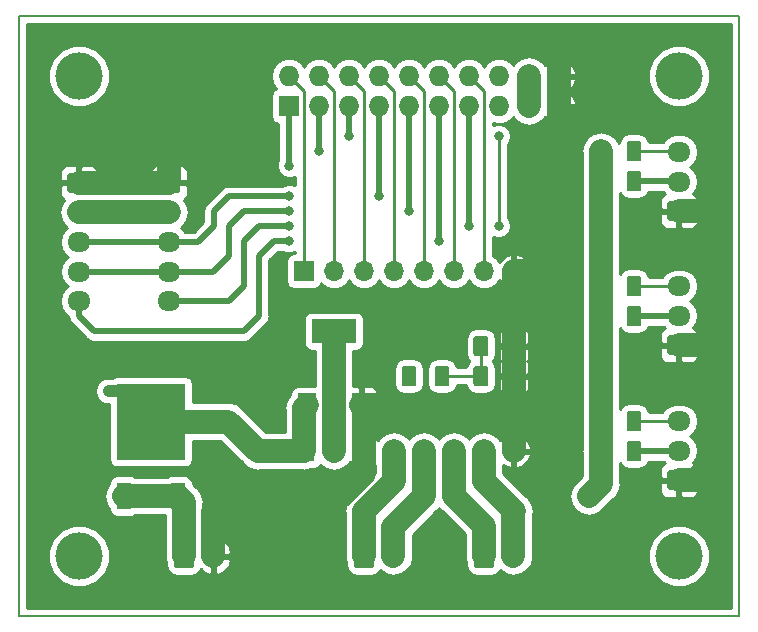
<source format=gbr>
G04 #@! TF.GenerationSoftware,KiCad,Pcbnew,5.0.2-bee76a0~70~ubuntu18.04.1*
G04 #@! TF.CreationDate,2019-02-21T11:41:22+01:00*
G04 #@! TF.ProjectId,PCB_Interface,5043425f-496e-4746-9572-666163652e6b,rev?*
G04 #@! TF.SameCoordinates,Original*
G04 #@! TF.FileFunction,Copper,L2,Bot*
G04 #@! TF.FilePolarity,Positive*
%FSLAX46Y46*%
G04 Gerber Fmt 4.6, Leading zero omitted, Abs format (unit mm)*
G04 Created by KiCad (PCBNEW 5.0.2-bee76a0~70~ubuntu18.04.1) date jeu. 21 févr. 2019 11:41:22 CET*
%MOMM*%
%LPD*%
G01*
G04 APERTURE LIST*
G04 #@! TA.AperFunction,NonConductor*
%ADD10C,0.150000*%
G04 #@! TD*
G04 #@! TA.AperFunction,ComponentPad*
%ADD11O,1.727200X1.727200*%
G04 #@! TD*
G04 #@! TA.AperFunction,ComponentPad*
%ADD12R,1.727200X1.727200*%
G04 #@! TD*
G04 #@! TA.AperFunction,Conductor*
%ADD13C,0.150000*%
G04 #@! TD*
G04 #@! TA.AperFunction,ComponentPad*
%ADD14C,1.700000*%
G04 #@! TD*
G04 #@! TA.AperFunction,ComponentPad*
%ADD15O,1.950000X1.700000*%
G04 #@! TD*
G04 #@! TA.AperFunction,SMDPad,CuDef*
%ADD16R,3.800000X2.000000*%
G04 #@! TD*
G04 #@! TA.AperFunction,SMDPad,CuDef*
%ADD17R,1.500000X2.000000*%
G04 #@! TD*
G04 #@! TA.AperFunction,ComponentPad*
%ADD18C,4.000000*%
G04 #@! TD*
G04 #@! TA.AperFunction,SMDPad,CuDef*
%ADD19C,1.250000*%
G04 #@! TD*
G04 #@! TA.AperFunction,SMDPad,CuDef*
%ADD20R,1.200000X2.200000*%
G04 #@! TD*
G04 #@! TA.AperFunction,SMDPad,CuDef*
%ADD21R,5.800000X6.400000*%
G04 #@! TD*
G04 #@! TA.AperFunction,ComponentPad*
%ADD22O,1.700000X2.000000*%
G04 #@! TD*
G04 #@! TA.AperFunction,ComponentPad*
%ADD23O,1.700000X1.700000*%
G04 #@! TD*
G04 #@! TA.AperFunction,ComponentPad*
%ADD24R,1.700000X1.700000*%
G04 #@! TD*
G04 #@! TA.AperFunction,ViaPad*
%ADD25C,0.800000*%
G04 #@! TD*
G04 #@! TA.AperFunction,Conductor*
%ADD26C,2.000000*%
G04 #@! TD*
G04 #@! TA.AperFunction,Conductor*
%ADD27C,1.000000*%
G04 #@! TD*
G04 #@! TA.AperFunction,Conductor*
%ADD28C,0.250000*%
G04 #@! TD*
G04 #@! TA.AperFunction,Conductor*
%ADD29C,0.500000*%
G04 #@! TD*
G04 #@! TA.AperFunction,Conductor*
%ADD30C,0.254000*%
G04 #@! TD*
G04 APERTURE END LIST*
D10*
X83820000Y-119380000D02*
X83820000Y-68580000D01*
X144780000Y-119380000D02*
X83820000Y-119380000D01*
X144780000Y-68580000D02*
X144780000Y-119380000D01*
X83820000Y-68580000D02*
X144780000Y-68580000D01*
D11*
G04 #@! TO.P,K8,20*
G04 #@! TO.N,GND*
X129540000Y-73660000D03*
G04 #@! TO.P,K8,19*
X129540000Y-76200000D03*
G04 #@! TO.P,K8,18*
G04 #@! TO.N,VCC*
X127000000Y-73660000D03*
G04 #@! TO.P,K8,17*
X127000000Y-76200000D03*
G04 #@! TO.P,K8,16*
G04 #@! TO.N,VBATT*
X124460000Y-73660000D03*
G04 #@! TO.P,K8,15*
G04 #@! TO.N,Net-(K8-Pad15)*
X124460000Y-76200000D03*
G04 #@! TO.P,K8,14*
G04 #@! TO.N,PWMB*
X121920000Y-73660000D03*
G04 #@! TO.P,K8,13*
G04 #@! TO.N,XSHUT2*
X121920000Y-76200000D03*
G04 #@! TO.P,K8,12*
G04 #@! TO.N,DIR2B*
X119380000Y-73660000D03*
G04 #@! TO.P,K8,11*
G04 #@! TO.N,XSHUT1*
X119380000Y-76200000D03*
G04 #@! TO.P,K8,10*
G04 #@! TO.N,DIR1B*
X116840000Y-73660000D03*
G04 #@! TO.P,K8,9*
G04 #@! TO.N,SDA*
X116840000Y-76200000D03*
G04 #@! TO.P,K8,8*
G04 #@! TO.N,STBY*
X114300000Y-73660000D03*
G04 #@! TO.P,K8,7*
G04 #@! TO.N,SCL*
X114300000Y-76200000D03*
G04 #@! TO.P,K8,6*
G04 #@! TO.N,DIR1A*
X111760000Y-73660000D03*
G04 #@! TO.P,K8,5*
G04 #@! TO.N,DAVG*
X111760000Y-76200000D03*
G04 #@! TO.P,K8,4*
G04 #@! TO.N,DIR2A*
X109220000Y-73660000D03*
G04 #@! TO.P,K8,3*
G04 #@! TO.N,DAVD*
X109220000Y-76200000D03*
G04 #@! TO.P,K8,2*
G04 #@! TO.N,PWMA*
X106680000Y-73660000D03*
D12*
G04 #@! TO.P,K8,1*
G04 #@! TO.N,DARC*
X106680000Y-76200000D03*
G04 #@! TD*
D13*
G04 #@! TO.N,GND*
G04 #@! TO.C,K9*
G36*
X140449504Y-84241204D02*
X140473773Y-84244804D01*
X140497571Y-84250765D01*
X140520671Y-84259030D01*
X140542849Y-84269520D01*
X140563893Y-84282133D01*
X140583598Y-84296747D01*
X140601777Y-84313223D01*
X140618253Y-84331402D01*
X140632867Y-84351107D01*
X140645480Y-84372151D01*
X140655970Y-84394329D01*
X140664235Y-84417429D01*
X140670196Y-84441227D01*
X140673796Y-84465496D01*
X140675000Y-84490000D01*
X140675000Y-85690000D01*
X140673796Y-85714504D01*
X140670196Y-85738773D01*
X140664235Y-85762571D01*
X140655970Y-85785671D01*
X140645480Y-85807849D01*
X140632867Y-85828893D01*
X140618253Y-85848598D01*
X140601777Y-85866777D01*
X140583598Y-85883253D01*
X140563893Y-85897867D01*
X140542849Y-85910480D01*
X140520671Y-85920970D01*
X140497571Y-85929235D01*
X140473773Y-85935196D01*
X140449504Y-85938796D01*
X140425000Y-85940000D01*
X138975000Y-85940000D01*
X138950496Y-85938796D01*
X138926227Y-85935196D01*
X138902429Y-85929235D01*
X138879329Y-85920970D01*
X138857151Y-85910480D01*
X138836107Y-85897867D01*
X138816402Y-85883253D01*
X138798223Y-85866777D01*
X138781747Y-85848598D01*
X138767133Y-85828893D01*
X138754520Y-85807849D01*
X138744030Y-85785671D01*
X138735765Y-85762571D01*
X138729804Y-85738773D01*
X138726204Y-85714504D01*
X138725000Y-85690000D01*
X138725000Y-84490000D01*
X138726204Y-84465496D01*
X138729804Y-84441227D01*
X138735765Y-84417429D01*
X138744030Y-84394329D01*
X138754520Y-84372151D01*
X138767133Y-84351107D01*
X138781747Y-84331402D01*
X138798223Y-84313223D01*
X138816402Y-84296747D01*
X138836107Y-84282133D01*
X138857151Y-84269520D01*
X138879329Y-84259030D01*
X138902429Y-84250765D01*
X138926227Y-84244804D01*
X138950496Y-84241204D01*
X138975000Y-84240000D01*
X140425000Y-84240000D01*
X140449504Y-84241204D01*
X140449504Y-84241204D01*
G37*
D14*
G04 #@! TD*
G04 #@! TO.P,K9,1*
G04 #@! TO.N,GND*
X139700000Y-85090000D03*
D15*
G04 #@! TO.P,K9,2*
G04 #@! TO.N,Net-(K9-Pad2)*
X139700000Y-82590000D03*
G04 #@! TO.P,K9,3*
G04 #@! TO.N,DAVG*
X139700000Y-80090000D03*
G04 #@! TD*
D13*
G04 #@! TO.N,GND*
G04 #@! TO.C,K14*
G36*
X97269504Y-81861204D02*
X97293773Y-81864804D01*
X97317571Y-81870765D01*
X97340671Y-81879030D01*
X97362849Y-81889520D01*
X97383893Y-81902133D01*
X97403598Y-81916747D01*
X97421777Y-81933223D01*
X97438253Y-81951402D01*
X97452867Y-81971107D01*
X97465480Y-81992151D01*
X97475970Y-82014329D01*
X97484235Y-82037429D01*
X97490196Y-82061227D01*
X97493796Y-82085496D01*
X97495000Y-82110000D01*
X97495000Y-83310000D01*
X97493796Y-83334504D01*
X97490196Y-83358773D01*
X97484235Y-83382571D01*
X97475970Y-83405671D01*
X97465480Y-83427849D01*
X97452867Y-83448893D01*
X97438253Y-83468598D01*
X97421777Y-83486777D01*
X97403598Y-83503253D01*
X97383893Y-83517867D01*
X97362849Y-83530480D01*
X97340671Y-83540970D01*
X97317571Y-83549235D01*
X97293773Y-83555196D01*
X97269504Y-83558796D01*
X97245000Y-83560000D01*
X95795000Y-83560000D01*
X95770496Y-83558796D01*
X95746227Y-83555196D01*
X95722429Y-83549235D01*
X95699329Y-83540970D01*
X95677151Y-83530480D01*
X95656107Y-83517867D01*
X95636402Y-83503253D01*
X95618223Y-83486777D01*
X95601747Y-83468598D01*
X95587133Y-83448893D01*
X95574520Y-83427849D01*
X95564030Y-83405671D01*
X95555765Y-83382571D01*
X95549804Y-83358773D01*
X95546204Y-83334504D01*
X95545000Y-83310000D01*
X95545000Y-82110000D01*
X95546204Y-82085496D01*
X95549804Y-82061227D01*
X95555765Y-82037429D01*
X95564030Y-82014329D01*
X95574520Y-81992151D01*
X95587133Y-81971107D01*
X95601747Y-81951402D01*
X95618223Y-81933223D01*
X95636402Y-81916747D01*
X95656107Y-81902133D01*
X95677151Y-81889520D01*
X95699329Y-81879030D01*
X95722429Y-81870765D01*
X95746227Y-81864804D01*
X95770496Y-81861204D01*
X95795000Y-81860000D01*
X97245000Y-81860000D01*
X97269504Y-81861204D01*
X97269504Y-81861204D01*
G37*
D14*
G04 #@! TD*
G04 #@! TO.P,K14,1*
G04 #@! TO.N,GND*
X96520000Y-82710000D03*
D15*
G04 #@! TO.P,K14,2*
G04 #@! TO.N,VCC*
X96520000Y-85210000D03*
G04 #@! TO.P,K14,3*
G04 #@! TO.N,SCL*
X96520000Y-87710000D03*
G04 #@! TO.P,K14,4*
G04 #@! TO.N,SDA*
X96520000Y-90210000D03*
G04 #@! TO.P,K14,5*
G04 #@! TO.N,XSHUT2*
X96520000Y-92710000D03*
G04 #@! TD*
D16*
G04 #@! TO.P,IC1,2*
G04 #@! TO.N,VCC*
X110490000Y-95250000D03*
D17*
X110490000Y-101550000D03*
G04 #@! TO.P,IC1,3*
G04 #@! TO.N,+BATT*
X108190000Y-101550000D03*
G04 #@! TO.P,IC1,1*
G04 #@! TO.N,GND*
X112790000Y-101550000D03*
G04 #@! TD*
D18*
G04 #@! TO.P,,1*
G04 #@! TO.N,N/C*
X88900000Y-114300000D03*
G04 #@! TD*
G04 #@! TO.P,,1*
G04 #@! TO.N,N/C*
X139700000Y-114300000D03*
G04 #@! TD*
G04 #@! TO.P,,1*
G04 #@! TO.N,N/C*
X88900000Y-73660000D03*
G04 #@! TD*
G04 #@! TO.P,,1*
G04 #@! TO.N,N/C*
X139700000Y-73660000D03*
G04 #@! TD*
D13*
G04 #@! TO.N,GND*
G04 #@! TO.C,C11*
G36*
X126129504Y-95646204D02*
X126153773Y-95649804D01*
X126177571Y-95655765D01*
X126200671Y-95664030D01*
X126222849Y-95674520D01*
X126243893Y-95687133D01*
X126263598Y-95701747D01*
X126281777Y-95718223D01*
X126298253Y-95736402D01*
X126312867Y-95756107D01*
X126325480Y-95777151D01*
X126335970Y-95799329D01*
X126344235Y-95822429D01*
X126350196Y-95846227D01*
X126353796Y-95870496D01*
X126355000Y-95895000D01*
X126355000Y-97145000D01*
X126353796Y-97169504D01*
X126350196Y-97193773D01*
X126344235Y-97217571D01*
X126335970Y-97240671D01*
X126325480Y-97262849D01*
X126312867Y-97283893D01*
X126298253Y-97303598D01*
X126281777Y-97321777D01*
X126263598Y-97338253D01*
X126243893Y-97352867D01*
X126222849Y-97365480D01*
X126200671Y-97375970D01*
X126177571Y-97384235D01*
X126153773Y-97390196D01*
X126129504Y-97393796D01*
X126105000Y-97395000D01*
X125355000Y-97395000D01*
X125330496Y-97393796D01*
X125306227Y-97390196D01*
X125282429Y-97384235D01*
X125259329Y-97375970D01*
X125237151Y-97365480D01*
X125216107Y-97352867D01*
X125196402Y-97338253D01*
X125178223Y-97321777D01*
X125161747Y-97303598D01*
X125147133Y-97283893D01*
X125134520Y-97262849D01*
X125124030Y-97240671D01*
X125115765Y-97217571D01*
X125109804Y-97193773D01*
X125106204Y-97169504D01*
X125105000Y-97145000D01*
X125105000Y-95895000D01*
X125106204Y-95870496D01*
X125109804Y-95846227D01*
X125115765Y-95822429D01*
X125124030Y-95799329D01*
X125134520Y-95777151D01*
X125147133Y-95756107D01*
X125161747Y-95736402D01*
X125178223Y-95718223D01*
X125196402Y-95701747D01*
X125216107Y-95687133D01*
X125237151Y-95674520D01*
X125259329Y-95664030D01*
X125282429Y-95655765D01*
X125306227Y-95649804D01*
X125330496Y-95646204D01*
X125355000Y-95645000D01*
X126105000Y-95645000D01*
X126129504Y-95646204D01*
X126129504Y-95646204D01*
G37*
D19*
G04 #@! TD*
G04 #@! TO.P,C11,2*
G04 #@! TO.N,GND*
X125730000Y-96520000D03*
D13*
G04 #@! TO.N,VBATT*
G04 #@! TO.C,C11*
G36*
X123329504Y-95646204D02*
X123353773Y-95649804D01*
X123377571Y-95655765D01*
X123400671Y-95664030D01*
X123422849Y-95674520D01*
X123443893Y-95687133D01*
X123463598Y-95701747D01*
X123481777Y-95718223D01*
X123498253Y-95736402D01*
X123512867Y-95756107D01*
X123525480Y-95777151D01*
X123535970Y-95799329D01*
X123544235Y-95822429D01*
X123550196Y-95846227D01*
X123553796Y-95870496D01*
X123555000Y-95895000D01*
X123555000Y-97145000D01*
X123553796Y-97169504D01*
X123550196Y-97193773D01*
X123544235Y-97217571D01*
X123535970Y-97240671D01*
X123525480Y-97262849D01*
X123512867Y-97283893D01*
X123498253Y-97303598D01*
X123481777Y-97321777D01*
X123463598Y-97338253D01*
X123443893Y-97352867D01*
X123422849Y-97365480D01*
X123400671Y-97375970D01*
X123377571Y-97384235D01*
X123353773Y-97390196D01*
X123329504Y-97393796D01*
X123305000Y-97395000D01*
X122555000Y-97395000D01*
X122530496Y-97393796D01*
X122506227Y-97390196D01*
X122482429Y-97384235D01*
X122459329Y-97375970D01*
X122437151Y-97365480D01*
X122416107Y-97352867D01*
X122396402Y-97338253D01*
X122378223Y-97321777D01*
X122361747Y-97303598D01*
X122347133Y-97283893D01*
X122334520Y-97262849D01*
X122324030Y-97240671D01*
X122315765Y-97217571D01*
X122309804Y-97193773D01*
X122306204Y-97169504D01*
X122305000Y-97145000D01*
X122305000Y-95895000D01*
X122306204Y-95870496D01*
X122309804Y-95846227D01*
X122315765Y-95822429D01*
X122324030Y-95799329D01*
X122334520Y-95777151D01*
X122347133Y-95756107D01*
X122361747Y-95736402D01*
X122378223Y-95718223D01*
X122396402Y-95701747D01*
X122416107Y-95687133D01*
X122437151Y-95674520D01*
X122459329Y-95664030D01*
X122482429Y-95655765D01*
X122506227Y-95649804D01*
X122530496Y-95646204D01*
X122555000Y-95645000D01*
X123305000Y-95645000D01*
X123329504Y-95646204D01*
X123329504Y-95646204D01*
G37*
D19*
G04 #@! TD*
G04 #@! TO.P,C11,1*
G04 #@! TO.N,VBATT*
X122930000Y-96520000D03*
D20*
G04 #@! TO.P,D1,1*
G04 #@! TO.N,Net-(D1-Pad1)*
X97270000Y-109220000D03*
G04 #@! TO.P,D1,3*
X92710000Y-109220000D03*
D21*
G04 #@! TO.P,D1,2*
G04 #@! TO.N,+BATT*
X94990000Y-102920000D03*
G04 #@! TD*
D13*
G04 #@! TO.N,Net-(D1-Pad1)*
G04 #@! TO.C,K2*
G36*
X98414504Y-113301204D02*
X98438773Y-113304804D01*
X98462571Y-113310765D01*
X98485671Y-113319030D01*
X98507849Y-113329520D01*
X98528893Y-113342133D01*
X98548598Y-113356747D01*
X98566777Y-113373223D01*
X98583253Y-113391402D01*
X98597867Y-113411107D01*
X98610480Y-113432151D01*
X98620970Y-113454329D01*
X98629235Y-113477429D01*
X98635196Y-113501227D01*
X98638796Y-113525496D01*
X98640000Y-113550000D01*
X98640000Y-115050000D01*
X98638796Y-115074504D01*
X98635196Y-115098773D01*
X98629235Y-115122571D01*
X98620970Y-115145671D01*
X98610480Y-115167849D01*
X98597867Y-115188893D01*
X98583253Y-115208598D01*
X98566777Y-115226777D01*
X98548598Y-115243253D01*
X98528893Y-115257867D01*
X98507849Y-115270480D01*
X98485671Y-115280970D01*
X98462571Y-115289235D01*
X98438773Y-115295196D01*
X98414504Y-115298796D01*
X98390000Y-115300000D01*
X97190000Y-115300000D01*
X97165496Y-115298796D01*
X97141227Y-115295196D01*
X97117429Y-115289235D01*
X97094329Y-115280970D01*
X97072151Y-115270480D01*
X97051107Y-115257867D01*
X97031402Y-115243253D01*
X97013223Y-115226777D01*
X96996747Y-115208598D01*
X96982133Y-115188893D01*
X96969520Y-115167849D01*
X96959030Y-115145671D01*
X96950765Y-115122571D01*
X96944804Y-115098773D01*
X96941204Y-115074504D01*
X96940000Y-115050000D01*
X96940000Y-113550000D01*
X96941204Y-113525496D01*
X96944804Y-113501227D01*
X96950765Y-113477429D01*
X96959030Y-113454329D01*
X96969520Y-113432151D01*
X96982133Y-113411107D01*
X96996747Y-113391402D01*
X97013223Y-113373223D01*
X97031402Y-113356747D01*
X97051107Y-113342133D01*
X97072151Y-113329520D01*
X97094329Y-113319030D01*
X97117429Y-113310765D01*
X97141227Y-113304804D01*
X97165496Y-113301204D01*
X97190000Y-113300000D01*
X98390000Y-113300000D01*
X98414504Y-113301204D01*
X98414504Y-113301204D01*
G37*
D14*
G04 #@! TD*
G04 #@! TO.P,K2,1*
G04 #@! TO.N,Net-(D1-Pad1)*
X97790000Y-114300000D03*
D22*
G04 #@! TO.P,K2,2*
G04 #@! TO.N,GND*
X100290000Y-114300000D03*
G04 #@! TD*
D23*
G04 #@! TO.P,K3,8*
G04 #@! TO.N,GND*
X125730000Y-90170000D03*
G04 #@! TO.P,K3,7*
G04 #@! TO.N,PWMB*
X123190000Y-90170000D03*
G04 #@! TO.P,K3,6*
G04 #@! TO.N,DIR2B*
X120650000Y-90170000D03*
G04 #@! TO.P,K3,5*
G04 #@! TO.N,DIR1B*
X118110000Y-90170000D03*
G04 #@! TO.P,K3,4*
G04 #@! TO.N,STBY*
X115570000Y-90170000D03*
G04 #@! TO.P,K3,3*
G04 #@! TO.N,DIR1A*
X113030000Y-90170000D03*
G04 #@! TO.P,K3,2*
G04 #@! TO.N,DIR2A*
X110490000Y-90170000D03*
D24*
G04 #@! TO.P,K3,1*
G04 #@! TO.N,PWMA*
X107950000Y-90170000D03*
G04 #@! TD*
G04 #@! TO.P,K4,1*
G04 #@! TO.N,+BATT*
X107950000Y-105410000D03*
D23*
G04 #@! TO.P,K4,2*
G04 #@! TO.N,VCC*
X110490000Y-105410000D03*
G04 #@! TO.P,K4,3*
G04 #@! TO.N,GND*
X113030000Y-105410000D03*
G04 #@! TO.P,K4,4*
G04 #@! TO.N,Net-(K4-Pad4)*
X115570000Y-105410000D03*
G04 #@! TO.P,K4,5*
G04 #@! TO.N,Net-(K4-Pad5)*
X118110000Y-105410000D03*
G04 #@! TO.P,K4,6*
G04 #@! TO.N,Net-(K4-Pad6)*
X120650000Y-105410000D03*
G04 #@! TO.P,K4,7*
G04 #@! TO.N,Net-(K4-Pad7)*
X123190000Y-105410000D03*
G04 #@! TO.P,K4,8*
G04 #@! TO.N,GND*
X125730000Y-105410000D03*
G04 #@! TD*
D13*
G04 #@! TO.N,Net-(K4-Pad4)*
G04 #@! TO.C,K6*
G36*
X113654504Y-113301204D02*
X113678773Y-113304804D01*
X113702571Y-113310765D01*
X113725671Y-113319030D01*
X113747849Y-113329520D01*
X113768893Y-113342133D01*
X113788598Y-113356747D01*
X113806777Y-113373223D01*
X113823253Y-113391402D01*
X113837867Y-113411107D01*
X113850480Y-113432151D01*
X113860970Y-113454329D01*
X113869235Y-113477429D01*
X113875196Y-113501227D01*
X113878796Y-113525496D01*
X113880000Y-113550000D01*
X113880000Y-115050000D01*
X113878796Y-115074504D01*
X113875196Y-115098773D01*
X113869235Y-115122571D01*
X113860970Y-115145671D01*
X113850480Y-115167849D01*
X113837867Y-115188893D01*
X113823253Y-115208598D01*
X113806777Y-115226777D01*
X113788598Y-115243253D01*
X113768893Y-115257867D01*
X113747849Y-115270480D01*
X113725671Y-115280970D01*
X113702571Y-115289235D01*
X113678773Y-115295196D01*
X113654504Y-115298796D01*
X113630000Y-115300000D01*
X112430000Y-115300000D01*
X112405496Y-115298796D01*
X112381227Y-115295196D01*
X112357429Y-115289235D01*
X112334329Y-115280970D01*
X112312151Y-115270480D01*
X112291107Y-115257867D01*
X112271402Y-115243253D01*
X112253223Y-115226777D01*
X112236747Y-115208598D01*
X112222133Y-115188893D01*
X112209520Y-115167849D01*
X112199030Y-115145671D01*
X112190765Y-115122571D01*
X112184804Y-115098773D01*
X112181204Y-115074504D01*
X112180000Y-115050000D01*
X112180000Y-113550000D01*
X112181204Y-113525496D01*
X112184804Y-113501227D01*
X112190765Y-113477429D01*
X112199030Y-113454329D01*
X112209520Y-113432151D01*
X112222133Y-113411107D01*
X112236747Y-113391402D01*
X112253223Y-113373223D01*
X112271402Y-113356747D01*
X112291107Y-113342133D01*
X112312151Y-113329520D01*
X112334329Y-113319030D01*
X112357429Y-113310765D01*
X112381227Y-113304804D01*
X112405496Y-113301204D01*
X112430000Y-113300000D01*
X113630000Y-113300000D01*
X113654504Y-113301204D01*
X113654504Y-113301204D01*
G37*
D14*
G04 #@! TD*
G04 #@! TO.P,K6,1*
G04 #@! TO.N,Net-(K4-Pad4)*
X113030000Y-114300000D03*
D22*
G04 #@! TO.P,K6,2*
G04 #@! TO.N,Net-(K4-Pad5)*
X115530000Y-114300000D03*
G04 #@! TD*
G04 #@! TO.P,K7,2*
G04 #@! TO.N,Net-(K4-Pad7)*
X125690000Y-114300000D03*
D13*
G04 #@! TD*
G04 #@! TO.N,Net-(K4-Pad6)*
G04 #@! TO.C,K7*
G36*
X123814504Y-113301204D02*
X123838773Y-113304804D01*
X123862571Y-113310765D01*
X123885671Y-113319030D01*
X123907849Y-113329520D01*
X123928893Y-113342133D01*
X123948598Y-113356747D01*
X123966777Y-113373223D01*
X123983253Y-113391402D01*
X123997867Y-113411107D01*
X124010480Y-113432151D01*
X124020970Y-113454329D01*
X124029235Y-113477429D01*
X124035196Y-113501227D01*
X124038796Y-113525496D01*
X124040000Y-113550000D01*
X124040000Y-115050000D01*
X124038796Y-115074504D01*
X124035196Y-115098773D01*
X124029235Y-115122571D01*
X124020970Y-115145671D01*
X124010480Y-115167849D01*
X123997867Y-115188893D01*
X123983253Y-115208598D01*
X123966777Y-115226777D01*
X123948598Y-115243253D01*
X123928893Y-115257867D01*
X123907849Y-115270480D01*
X123885671Y-115280970D01*
X123862571Y-115289235D01*
X123838773Y-115295196D01*
X123814504Y-115298796D01*
X123790000Y-115300000D01*
X122590000Y-115300000D01*
X122565496Y-115298796D01*
X122541227Y-115295196D01*
X122517429Y-115289235D01*
X122494329Y-115280970D01*
X122472151Y-115270480D01*
X122451107Y-115257867D01*
X122431402Y-115243253D01*
X122413223Y-115226777D01*
X122396747Y-115208598D01*
X122382133Y-115188893D01*
X122369520Y-115167849D01*
X122359030Y-115145671D01*
X122350765Y-115122571D01*
X122344804Y-115098773D01*
X122341204Y-115074504D01*
X122340000Y-115050000D01*
X122340000Y-113550000D01*
X122341204Y-113525496D01*
X122344804Y-113501227D01*
X122350765Y-113477429D01*
X122359030Y-113454329D01*
X122369520Y-113432151D01*
X122382133Y-113411107D01*
X122396747Y-113391402D01*
X122413223Y-113373223D01*
X122431402Y-113356747D01*
X122451107Y-113342133D01*
X122472151Y-113329520D01*
X122494329Y-113319030D01*
X122517429Y-113310765D01*
X122541227Y-113304804D01*
X122565496Y-113301204D01*
X122590000Y-113300000D01*
X123790000Y-113300000D01*
X123814504Y-113301204D01*
X123814504Y-113301204D01*
G37*
D14*
G04 #@! TO.P,K7,1*
G04 #@! TO.N,Net-(K4-Pad6)*
X123190000Y-114300000D03*
G04 #@! TD*
D15*
G04 #@! TO.P,K10,3*
G04 #@! TO.N,DAVD*
X139700000Y-91440000D03*
G04 #@! TO.P,K10,2*
G04 #@! TO.N,Net-(K10-Pad2)*
X139700000Y-93940000D03*
D13*
G04 #@! TD*
G04 #@! TO.N,GND*
G04 #@! TO.C,K10*
G36*
X140449504Y-95591204D02*
X140473773Y-95594804D01*
X140497571Y-95600765D01*
X140520671Y-95609030D01*
X140542849Y-95619520D01*
X140563893Y-95632133D01*
X140583598Y-95646747D01*
X140601777Y-95663223D01*
X140618253Y-95681402D01*
X140632867Y-95701107D01*
X140645480Y-95722151D01*
X140655970Y-95744329D01*
X140664235Y-95767429D01*
X140670196Y-95791227D01*
X140673796Y-95815496D01*
X140675000Y-95840000D01*
X140675000Y-97040000D01*
X140673796Y-97064504D01*
X140670196Y-97088773D01*
X140664235Y-97112571D01*
X140655970Y-97135671D01*
X140645480Y-97157849D01*
X140632867Y-97178893D01*
X140618253Y-97198598D01*
X140601777Y-97216777D01*
X140583598Y-97233253D01*
X140563893Y-97247867D01*
X140542849Y-97260480D01*
X140520671Y-97270970D01*
X140497571Y-97279235D01*
X140473773Y-97285196D01*
X140449504Y-97288796D01*
X140425000Y-97290000D01*
X138975000Y-97290000D01*
X138950496Y-97288796D01*
X138926227Y-97285196D01*
X138902429Y-97279235D01*
X138879329Y-97270970D01*
X138857151Y-97260480D01*
X138836107Y-97247867D01*
X138816402Y-97233253D01*
X138798223Y-97216777D01*
X138781747Y-97198598D01*
X138767133Y-97178893D01*
X138754520Y-97157849D01*
X138744030Y-97135671D01*
X138735765Y-97112571D01*
X138729804Y-97088773D01*
X138726204Y-97064504D01*
X138725000Y-97040000D01*
X138725000Y-95840000D01*
X138726204Y-95815496D01*
X138729804Y-95791227D01*
X138735765Y-95767429D01*
X138744030Y-95744329D01*
X138754520Y-95722151D01*
X138767133Y-95701107D01*
X138781747Y-95681402D01*
X138798223Y-95663223D01*
X138816402Y-95646747D01*
X138836107Y-95632133D01*
X138857151Y-95619520D01*
X138879329Y-95609030D01*
X138902429Y-95600765D01*
X138926227Y-95594804D01*
X138950496Y-95591204D01*
X138975000Y-95590000D01*
X140425000Y-95590000D01*
X140449504Y-95591204D01*
X140449504Y-95591204D01*
G37*
D14*
G04 #@! TO.P,K10,1*
G04 #@! TO.N,GND*
X139700000Y-96440000D03*
G04 #@! TD*
D15*
G04 #@! TO.P,K11,5*
G04 #@! TO.N,XSHUT1*
X88900000Y-92710000D03*
G04 #@! TO.P,K11,4*
G04 #@! TO.N,SDA*
X88900000Y-90210000D03*
G04 #@! TO.P,K11,3*
G04 #@! TO.N,SCL*
X88900000Y-87710000D03*
G04 #@! TO.P,K11,2*
G04 #@! TO.N,VCC*
X88900000Y-85210000D03*
D13*
G04 #@! TD*
G04 #@! TO.N,GND*
G04 #@! TO.C,K11*
G36*
X89649504Y-81861204D02*
X89673773Y-81864804D01*
X89697571Y-81870765D01*
X89720671Y-81879030D01*
X89742849Y-81889520D01*
X89763893Y-81902133D01*
X89783598Y-81916747D01*
X89801777Y-81933223D01*
X89818253Y-81951402D01*
X89832867Y-81971107D01*
X89845480Y-81992151D01*
X89855970Y-82014329D01*
X89864235Y-82037429D01*
X89870196Y-82061227D01*
X89873796Y-82085496D01*
X89875000Y-82110000D01*
X89875000Y-83310000D01*
X89873796Y-83334504D01*
X89870196Y-83358773D01*
X89864235Y-83382571D01*
X89855970Y-83405671D01*
X89845480Y-83427849D01*
X89832867Y-83448893D01*
X89818253Y-83468598D01*
X89801777Y-83486777D01*
X89783598Y-83503253D01*
X89763893Y-83517867D01*
X89742849Y-83530480D01*
X89720671Y-83540970D01*
X89697571Y-83549235D01*
X89673773Y-83555196D01*
X89649504Y-83558796D01*
X89625000Y-83560000D01*
X88175000Y-83560000D01*
X88150496Y-83558796D01*
X88126227Y-83555196D01*
X88102429Y-83549235D01*
X88079329Y-83540970D01*
X88057151Y-83530480D01*
X88036107Y-83517867D01*
X88016402Y-83503253D01*
X87998223Y-83486777D01*
X87981747Y-83468598D01*
X87967133Y-83448893D01*
X87954520Y-83427849D01*
X87944030Y-83405671D01*
X87935765Y-83382571D01*
X87929804Y-83358773D01*
X87926204Y-83334504D01*
X87925000Y-83310000D01*
X87925000Y-82110000D01*
X87926204Y-82085496D01*
X87929804Y-82061227D01*
X87935765Y-82037429D01*
X87944030Y-82014329D01*
X87954520Y-81992151D01*
X87967133Y-81971107D01*
X87981747Y-81951402D01*
X87998223Y-81933223D01*
X88016402Y-81916747D01*
X88036107Y-81902133D01*
X88057151Y-81889520D01*
X88079329Y-81879030D01*
X88102429Y-81870765D01*
X88126227Y-81864804D01*
X88150496Y-81861204D01*
X88175000Y-81860000D01*
X89625000Y-81860000D01*
X89649504Y-81861204D01*
X89649504Y-81861204D01*
G37*
D14*
G04 #@! TO.P,K11,1*
G04 #@! TO.N,GND*
X88900000Y-82710000D03*
G04 #@! TD*
D13*
G04 #@! TO.N,GND*
G04 #@! TO.C,K15*
G36*
X140449504Y-107021204D02*
X140473773Y-107024804D01*
X140497571Y-107030765D01*
X140520671Y-107039030D01*
X140542849Y-107049520D01*
X140563893Y-107062133D01*
X140583598Y-107076747D01*
X140601777Y-107093223D01*
X140618253Y-107111402D01*
X140632867Y-107131107D01*
X140645480Y-107152151D01*
X140655970Y-107174329D01*
X140664235Y-107197429D01*
X140670196Y-107221227D01*
X140673796Y-107245496D01*
X140675000Y-107270000D01*
X140675000Y-108470000D01*
X140673796Y-108494504D01*
X140670196Y-108518773D01*
X140664235Y-108542571D01*
X140655970Y-108565671D01*
X140645480Y-108587849D01*
X140632867Y-108608893D01*
X140618253Y-108628598D01*
X140601777Y-108646777D01*
X140583598Y-108663253D01*
X140563893Y-108677867D01*
X140542849Y-108690480D01*
X140520671Y-108700970D01*
X140497571Y-108709235D01*
X140473773Y-108715196D01*
X140449504Y-108718796D01*
X140425000Y-108720000D01*
X138975000Y-108720000D01*
X138950496Y-108718796D01*
X138926227Y-108715196D01*
X138902429Y-108709235D01*
X138879329Y-108700970D01*
X138857151Y-108690480D01*
X138836107Y-108677867D01*
X138816402Y-108663253D01*
X138798223Y-108646777D01*
X138781747Y-108628598D01*
X138767133Y-108608893D01*
X138754520Y-108587849D01*
X138744030Y-108565671D01*
X138735765Y-108542571D01*
X138729804Y-108518773D01*
X138726204Y-108494504D01*
X138725000Y-108470000D01*
X138725000Y-107270000D01*
X138726204Y-107245496D01*
X138729804Y-107221227D01*
X138735765Y-107197429D01*
X138744030Y-107174329D01*
X138754520Y-107152151D01*
X138767133Y-107131107D01*
X138781747Y-107111402D01*
X138798223Y-107093223D01*
X138816402Y-107076747D01*
X138836107Y-107062133D01*
X138857151Y-107049520D01*
X138879329Y-107039030D01*
X138902429Y-107030765D01*
X138926227Y-107024804D01*
X138950496Y-107021204D01*
X138975000Y-107020000D01*
X140425000Y-107020000D01*
X140449504Y-107021204D01*
X140449504Y-107021204D01*
G37*
D14*
G04 #@! TD*
G04 #@! TO.P,K15,1*
G04 #@! TO.N,GND*
X139700000Y-107870000D03*
D15*
G04 #@! TO.P,K15,2*
G04 #@! TO.N,Net-(K15-Pad2)*
X139700000Y-105370000D03*
G04 #@! TO.P,K15,3*
G04 #@! TO.N,DARC*
X139700000Y-102870000D03*
G04 #@! TD*
D13*
G04 #@! TO.N,VBATT*
G04 #@! TO.C,R3*
G36*
X120039504Y-98186204D02*
X120063773Y-98189804D01*
X120087571Y-98195765D01*
X120110671Y-98204030D01*
X120132849Y-98214520D01*
X120153893Y-98227133D01*
X120173598Y-98241747D01*
X120191777Y-98258223D01*
X120208253Y-98276402D01*
X120222867Y-98296107D01*
X120235480Y-98317151D01*
X120245970Y-98339329D01*
X120254235Y-98362429D01*
X120260196Y-98386227D01*
X120263796Y-98410496D01*
X120265000Y-98435000D01*
X120265000Y-99685000D01*
X120263796Y-99709504D01*
X120260196Y-99733773D01*
X120254235Y-99757571D01*
X120245970Y-99780671D01*
X120235480Y-99802849D01*
X120222867Y-99823893D01*
X120208253Y-99843598D01*
X120191777Y-99861777D01*
X120173598Y-99878253D01*
X120153893Y-99892867D01*
X120132849Y-99905480D01*
X120110671Y-99915970D01*
X120087571Y-99924235D01*
X120063773Y-99930196D01*
X120039504Y-99933796D01*
X120015000Y-99935000D01*
X119265000Y-99935000D01*
X119240496Y-99933796D01*
X119216227Y-99930196D01*
X119192429Y-99924235D01*
X119169329Y-99915970D01*
X119147151Y-99905480D01*
X119126107Y-99892867D01*
X119106402Y-99878253D01*
X119088223Y-99861777D01*
X119071747Y-99843598D01*
X119057133Y-99823893D01*
X119044520Y-99802849D01*
X119034030Y-99780671D01*
X119025765Y-99757571D01*
X119019804Y-99733773D01*
X119016204Y-99709504D01*
X119015000Y-99685000D01*
X119015000Y-98435000D01*
X119016204Y-98410496D01*
X119019804Y-98386227D01*
X119025765Y-98362429D01*
X119034030Y-98339329D01*
X119044520Y-98317151D01*
X119057133Y-98296107D01*
X119071747Y-98276402D01*
X119088223Y-98258223D01*
X119106402Y-98241747D01*
X119126107Y-98227133D01*
X119147151Y-98214520D01*
X119169329Y-98204030D01*
X119192429Y-98195765D01*
X119216227Y-98189804D01*
X119240496Y-98186204D01*
X119265000Y-98185000D01*
X120015000Y-98185000D01*
X120039504Y-98186204D01*
X120039504Y-98186204D01*
G37*
D19*
G04 #@! TD*
G04 #@! TO.P,R3,2*
G04 #@! TO.N,VBATT*
X119640000Y-99060000D03*
D13*
G04 #@! TO.N,+BATT*
G04 #@! TO.C,R3*
G36*
X117239504Y-98186204D02*
X117263773Y-98189804D01*
X117287571Y-98195765D01*
X117310671Y-98204030D01*
X117332849Y-98214520D01*
X117353893Y-98227133D01*
X117373598Y-98241747D01*
X117391777Y-98258223D01*
X117408253Y-98276402D01*
X117422867Y-98296107D01*
X117435480Y-98317151D01*
X117445970Y-98339329D01*
X117454235Y-98362429D01*
X117460196Y-98386227D01*
X117463796Y-98410496D01*
X117465000Y-98435000D01*
X117465000Y-99685000D01*
X117463796Y-99709504D01*
X117460196Y-99733773D01*
X117454235Y-99757571D01*
X117445970Y-99780671D01*
X117435480Y-99802849D01*
X117422867Y-99823893D01*
X117408253Y-99843598D01*
X117391777Y-99861777D01*
X117373598Y-99878253D01*
X117353893Y-99892867D01*
X117332849Y-99905480D01*
X117310671Y-99915970D01*
X117287571Y-99924235D01*
X117263773Y-99930196D01*
X117239504Y-99933796D01*
X117215000Y-99935000D01*
X116465000Y-99935000D01*
X116440496Y-99933796D01*
X116416227Y-99930196D01*
X116392429Y-99924235D01*
X116369329Y-99915970D01*
X116347151Y-99905480D01*
X116326107Y-99892867D01*
X116306402Y-99878253D01*
X116288223Y-99861777D01*
X116271747Y-99843598D01*
X116257133Y-99823893D01*
X116244520Y-99802849D01*
X116234030Y-99780671D01*
X116225765Y-99757571D01*
X116219804Y-99733773D01*
X116216204Y-99709504D01*
X116215000Y-99685000D01*
X116215000Y-98435000D01*
X116216204Y-98410496D01*
X116219804Y-98386227D01*
X116225765Y-98362429D01*
X116234030Y-98339329D01*
X116244520Y-98317151D01*
X116257133Y-98296107D01*
X116271747Y-98276402D01*
X116288223Y-98258223D01*
X116306402Y-98241747D01*
X116326107Y-98227133D01*
X116347151Y-98214520D01*
X116369329Y-98204030D01*
X116392429Y-98195765D01*
X116416227Y-98189804D01*
X116440496Y-98186204D01*
X116465000Y-98185000D01*
X117215000Y-98185000D01*
X117239504Y-98186204D01*
X117239504Y-98186204D01*
G37*
D19*
G04 #@! TD*
G04 #@! TO.P,R3,1*
G04 #@! TO.N,+BATT*
X116840000Y-99060000D03*
D13*
G04 #@! TO.N,VBATT*
G04 #@! TO.C,R4*
G36*
X123329504Y-98186204D02*
X123353773Y-98189804D01*
X123377571Y-98195765D01*
X123400671Y-98204030D01*
X123422849Y-98214520D01*
X123443893Y-98227133D01*
X123463598Y-98241747D01*
X123481777Y-98258223D01*
X123498253Y-98276402D01*
X123512867Y-98296107D01*
X123525480Y-98317151D01*
X123535970Y-98339329D01*
X123544235Y-98362429D01*
X123550196Y-98386227D01*
X123553796Y-98410496D01*
X123555000Y-98435000D01*
X123555000Y-99685000D01*
X123553796Y-99709504D01*
X123550196Y-99733773D01*
X123544235Y-99757571D01*
X123535970Y-99780671D01*
X123525480Y-99802849D01*
X123512867Y-99823893D01*
X123498253Y-99843598D01*
X123481777Y-99861777D01*
X123463598Y-99878253D01*
X123443893Y-99892867D01*
X123422849Y-99905480D01*
X123400671Y-99915970D01*
X123377571Y-99924235D01*
X123353773Y-99930196D01*
X123329504Y-99933796D01*
X123305000Y-99935000D01*
X122555000Y-99935000D01*
X122530496Y-99933796D01*
X122506227Y-99930196D01*
X122482429Y-99924235D01*
X122459329Y-99915970D01*
X122437151Y-99905480D01*
X122416107Y-99892867D01*
X122396402Y-99878253D01*
X122378223Y-99861777D01*
X122361747Y-99843598D01*
X122347133Y-99823893D01*
X122334520Y-99802849D01*
X122324030Y-99780671D01*
X122315765Y-99757571D01*
X122309804Y-99733773D01*
X122306204Y-99709504D01*
X122305000Y-99685000D01*
X122305000Y-98435000D01*
X122306204Y-98410496D01*
X122309804Y-98386227D01*
X122315765Y-98362429D01*
X122324030Y-98339329D01*
X122334520Y-98317151D01*
X122347133Y-98296107D01*
X122361747Y-98276402D01*
X122378223Y-98258223D01*
X122396402Y-98241747D01*
X122416107Y-98227133D01*
X122437151Y-98214520D01*
X122459329Y-98204030D01*
X122482429Y-98195765D01*
X122506227Y-98189804D01*
X122530496Y-98186204D01*
X122555000Y-98185000D01*
X123305000Y-98185000D01*
X123329504Y-98186204D01*
X123329504Y-98186204D01*
G37*
D19*
G04 #@! TD*
G04 #@! TO.P,R4,1*
G04 #@! TO.N,VBATT*
X122930000Y-99060000D03*
D13*
G04 #@! TO.N,GND*
G04 #@! TO.C,R4*
G36*
X126129504Y-98186204D02*
X126153773Y-98189804D01*
X126177571Y-98195765D01*
X126200671Y-98204030D01*
X126222849Y-98214520D01*
X126243893Y-98227133D01*
X126263598Y-98241747D01*
X126281777Y-98258223D01*
X126298253Y-98276402D01*
X126312867Y-98296107D01*
X126325480Y-98317151D01*
X126335970Y-98339329D01*
X126344235Y-98362429D01*
X126350196Y-98386227D01*
X126353796Y-98410496D01*
X126355000Y-98435000D01*
X126355000Y-99685000D01*
X126353796Y-99709504D01*
X126350196Y-99733773D01*
X126344235Y-99757571D01*
X126335970Y-99780671D01*
X126325480Y-99802849D01*
X126312867Y-99823893D01*
X126298253Y-99843598D01*
X126281777Y-99861777D01*
X126263598Y-99878253D01*
X126243893Y-99892867D01*
X126222849Y-99905480D01*
X126200671Y-99915970D01*
X126177571Y-99924235D01*
X126153773Y-99930196D01*
X126129504Y-99933796D01*
X126105000Y-99935000D01*
X125355000Y-99935000D01*
X125330496Y-99933796D01*
X125306227Y-99930196D01*
X125282429Y-99924235D01*
X125259329Y-99915970D01*
X125237151Y-99905480D01*
X125216107Y-99892867D01*
X125196402Y-99878253D01*
X125178223Y-99861777D01*
X125161747Y-99843598D01*
X125147133Y-99823893D01*
X125134520Y-99802849D01*
X125124030Y-99780671D01*
X125115765Y-99757571D01*
X125109804Y-99733773D01*
X125106204Y-99709504D01*
X125105000Y-99685000D01*
X125105000Y-98435000D01*
X125106204Y-98410496D01*
X125109804Y-98386227D01*
X125115765Y-98362429D01*
X125124030Y-98339329D01*
X125134520Y-98317151D01*
X125147133Y-98296107D01*
X125161747Y-98276402D01*
X125178223Y-98258223D01*
X125196402Y-98241747D01*
X125216107Y-98227133D01*
X125237151Y-98214520D01*
X125259329Y-98204030D01*
X125282429Y-98195765D01*
X125306227Y-98189804D01*
X125330496Y-98186204D01*
X125355000Y-98185000D01*
X126105000Y-98185000D01*
X126129504Y-98186204D01*
X126129504Y-98186204D01*
G37*
D19*
G04 #@! TD*
G04 #@! TO.P,R4,2*
G04 #@! TO.N,GND*
X125730000Y-99060000D03*
D13*
G04 #@! TO.N,DAVG*
G04 #@! TO.C,R7*
G36*
X136289504Y-79136204D02*
X136313773Y-79139804D01*
X136337571Y-79145765D01*
X136360671Y-79154030D01*
X136382849Y-79164520D01*
X136403893Y-79177133D01*
X136423598Y-79191747D01*
X136441777Y-79208223D01*
X136458253Y-79226402D01*
X136472867Y-79246107D01*
X136485480Y-79267151D01*
X136495970Y-79289329D01*
X136504235Y-79312429D01*
X136510196Y-79336227D01*
X136513796Y-79360496D01*
X136515000Y-79385000D01*
X136515000Y-80635000D01*
X136513796Y-80659504D01*
X136510196Y-80683773D01*
X136504235Y-80707571D01*
X136495970Y-80730671D01*
X136485480Y-80752849D01*
X136472867Y-80773893D01*
X136458253Y-80793598D01*
X136441777Y-80811777D01*
X136423598Y-80828253D01*
X136403893Y-80842867D01*
X136382849Y-80855480D01*
X136360671Y-80865970D01*
X136337571Y-80874235D01*
X136313773Y-80880196D01*
X136289504Y-80883796D01*
X136265000Y-80885000D01*
X135515000Y-80885000D01*
X135490496Y-80883796D01*
X135466227Y-80880196D01*
X135442429Y-80874235D01*
X135419329Y-80865970D01*
X135397151Y-80855480D01*
X135376107Y-80842867D01*
X135356402Y-80828253D01*
X135338223Y-80811777D01*
X135321747Y-80793598D01*
X135307133Y-80773893D01*
X135294520Y-80752849D01*
X135284030Y-80730671D01*
X135275765Y-80707571D01*
X135269804Y-80683773D01*
X135266204Y-80659504D01*
X135265000Y-80635000D01*
X135265000Y-79385000D01*
X135266204Y-79360496D01*
X135269804Y-79336227D01*
X135275765Y-79312429D01*
X135284030Y-79289329D01*
X135294520Y-79267151D01*
X135307133Y-79246107D01*
X135321747Y-79226402D01*
X135338223Y-79208223D01*
X135356402Y-79191747D01*
X135376107Y-79177133D01*
X135397151Y-79164520D01*
X135419329Y-79154030D01*
X135442429Y-79145765D01*
X135466227Y-79139804D01*
X135490496Y-79136204D01*
X135515000Y-79135000D01*
X136265000Y-79135000D01*
X136289504Y-79136204D01*
X136289504Y-79136204D01*
G37*
D19*
G04 #@! TD*
G04 #@! TO.P,R7,2*
G04 #@! TO.N,DAVG*
X135890000Y-80010000D03*
D13*
G04 #@! TO.N,VCC*
G04 #@! TO.C,R7*
G36*
X133489504Y-79136204D02*
X133513773Y-79139804D01*
X133537571Y-79145765D01*
X133560671Y-79154030D01*
X133582849Y-79164520D01*
X133603893Y-79177133D01*
X133623598Y-79191747D01*
X133641777Y-79208223D01*
X133658253Y-79226402D01*
X133672867Y-79246107D01*
X133685480Y-79267151D01*
X133695970Y-79289329D01*
X133704235Y-79312429D01*
X133710196Y-79336227D01*
X133713796Y-79360496D01*
X133715000Y-79385000D01*
X133715000Y-80635000D01*
X133713796Y-80659504D01*
X133710196Y-80683773D01*
X133704235Y-80707571D01*
X133695970Y-80730671D01*
X133685480Y-80752849D01*
X133672867Y-80773893D01*
X133658253Y-80793598D01*
X133641777Y-80811777D01*
X133623598Y-80828253D01*
X133603893Y-80842867D01*
X133582849Y-80855480D01*
X133560671Y-80865970D01*
X133537571Y-80874235D01*
X133513773Y-80880196D01*
X133489504Y-80883796D01*
X133465000Y-80885000D01*
X132715000Y-80885000D01*
X132690496Y-80883796D01*
X132666227Y-80880196D01*
X132642429Y-80874235D01*
X132619329Y-80865970D01*
X132597151Y-80855480D01*
X132576107Y-80842867D01*
X132556402Y-80828253D01*
X132538223Y-80811777D01*
X132521747Y-80793598D01*
X132507133Y-80773893D01*
X132494520Y-80752849D01*
X132484030Y-80730671D01*
X132475765Y-80707571D01*
X132469804Y-80683773D01*
X132466204Y-80659504D01*
X132465000Y-80635000D01*
X132465000Y-79385000D01*
X132466204Y-79360496D01*
X132469804Y-79336227D01*
X132475765Y-79312429D01*
X132484030Y-79289329D01*
X132494520Y-79267151D01*
X132507133Y-79246107D01*
X132521747Y-79226402D01*
X132538223Y-79208223D01*
X132556402Y-79191747D01*
X132576107Y-79177133D01*
X132597151Y-79164520D01*
X132619329Y-79154030D01*
X132642429Y-79145765D01*
X132666227Y-79139804D01*
X132690496Y-79136204D01*
X132715000Y-79135000D01*
X133465000Y-79135000D01*
X133489504Y-79136204D01*
X133489504Y-79136204D01*
G37*
D19*
G04 #@! TD*
G04 #@! TO.P,R7,1*
G04 #@! TO.N,VCC*
X133090000Y-80010000D03*
D13*
G04 #@! TO.N,VCC*
G04 #@! TO.C,R8*
G36*
X133489504Y-81676204D02*
X133513773Y-81679804D01*
X133537571Y-81685765D01*
X133560671Y-81694030D01*
X133582849Y-81704520D01*
X133603893Y-81717133D01*
X133623598Y-81731747D01*
X133641777Y-81748223D01*
X133658253Y-81766402D01*
X133672867Y-81786107D01*
X133685480Y-81807151D01*
X133695970Y-81829329D01*
X133704235Y-81852429D01*
X133710196Y-81876227D01*
X133713796Y-81900496D01*
X133715000Y-81925000D01*
X133715000Y-83175000D01*
X133713796Y-83199504D01*
X133710196Y-83223773D01*
X133704235Y-83247571D01*
X133695970Y-83270671D01*
X133685480Y-83292849D01*
X133672867Y-83313893D01*
X133658253Y-83333598D01*
X133641777Y-83351777D01*
X133623598Y-83368253D01*
X133603893Y-83382867D01*
X133582849Y-83395480D01*
X133560671Y-83405970D01*
X133537571Y-83414235D01*
X133513773Y-83420196D01*
X133489504Y-83423796D01*
X133465000Y-83425000D01*
X132715000Y-83425000D01*
X132690496Y-83423796D01*
X132666227Y-83420196D01*
X132642429Y-83414235D01*
X132619329Y-83405970D01*
X132597151Y-83395480D01*
X132576107Y-83382867D01*
X132556402Y-83368253D01*
X132538223Y-83351777D01*
X132521747Y-83333598D01*
X132507133Y-83313893D01*
X132494520Y-83292849D01*
X132484030Y-83270671D01*
X132475765Y-83247571D01*
X132469804Y-83223773D01*
X132466204Y-83199504D01*
X132465000Y-83175000D01*
X132465000Y-81925000D01*
X132466204Y-81900496D01*
X132469804Y-81876227D01*
X132475765Y-81852429D01*
X132484030Y-81829329D01*
X132494520Y-81807151D01*
X132507133Y-81786107D01*
X132521747Y-81766402D01*
X132538223Y-81748223D01*
X132556402Y-81731747D01*
X132576107Y-81717133D01*
X132597151Y-81704520D01*
X132619329Y-81694030D01*
X132642429Y-81685765D01*
X132666227Y-81679804D01*
X132690496Y-81676204D01*
X132715000Y-81675000D01*
X133465000Y-81675000D01*
X133489504Y-81676204D01*
X133489504Y-81676204D01*
G37*
D19*
G04 #@! TD*
G04 #@! TO.P,R8,1*
G04 #@! TO.N,VCC*
X133090000Y-82550000D03*
D13*
G04 #@! TO.N,Net-(K9-Pad2)*
G04 #@! TO.C,R8*
G36*
X136289504Y-81676204D02*
X136313773Y-81679804D01*
X136337571Y-81685765D01*
X136360671Y-81694030D01*
X136382849Y-81704520D01*
X136403893Y-81717133D01*
X136423598Y-81731747D01*
X136441777Y-81748223D01*
X136458253Y-81766402D01*
X136472867Y-81786107D01*
X136485480Y-81807151D01*
X136495970Y-81829329D01*
X136504235Y-81852429D01*
X136510196Y-81876227D01*
X136513796Y-81900496D01*
X136515000Y-81925000D01*
X136515000Y-83175000D01*
X136513796Y-83199504D01*
X136510196Y-83223773D01*
X136504235Y-83247571D01*
X136495970Y-83270671D01*
X136485480Y-83292849D01*
X136472867Y-83313893D01*
X136458253Y-83333598D01*
X136441777Y-83351777D01*
X136423598Y-83368253D01*
X136403893Y-83382867D01*
X136382849Y-83395480D01*
X136360671Y-83405970D01*
X136337571Y-83414235D01*
X136313773Y-83420196D01*
X136289504Y-83423796D01*
X136265000Y-83425000D01*
X135515000Y-83425000D01*
X135490496Y-83423796D01*
X135466227Y-83420196D01*
X135442429Y-83414235D01*
X135419329Y-83405970D01*
X135397151Y-83395480D01*
X135376107Y-83382867D01*
X135356402Y-83368253D01*
X135338223Y-83351777D01*
X135321747Y-83333598D01*
X135307133Y-83313893D01*
X135294520Y-83292849D01*
X135284030Y-83270671D01*
X135275765Y-83247571D01*
X135269804Y-83223773D01*
X135266204Y-83199504D01*
X135265000Y-83175000D01*
X135265000Y-81925000D01*
X135266204Y-81900496D01*
X135269804Y-81876227D01*
X135275765Y-81852429D01*
X135284030Y-81829329D01*
X135294520Y-81807151D01*
X135307133Y-81786107D01*
X135321747Y-81766402D01*
X135338223Y-81748223D01*
X135356402Y-81731747D01*
X135376107Y-81717133D01*
X135397151Y-81704520D01*
X135419329Y-81694030D01*
X135442429Y-81685765D01*
X135466227Y-81679804D01*
X135490496Y-81676204D01*
X135515000Y-81675000D01*
X136265000Y-81675000D01*
X136289504Y-81676204D01*
X136289504Y-81676204D01*
G37*
D19*
G04 #@! TD*
G04 #@! TO.P,R8,2*
G04 #@! TO.N,Net-(K9-Pad2)*
X135890000Y-82550000D03*
D13*
G04 #@! TO.N,DAVD*
G04 #@! TO.C,R11*
G36*
X136289504Y-90566204D02*
X136313773Y-90569804D01*
X136337571Y-90575765D01*
X136360671Y-90584030D01*
X136382849Y-90594520D01*
X136403893Y-90607133D01*
X136423598Y-90621747D01*
X136441777Y-90638223D01*
X136458253Y-90656402D01*
X136472867Y-90676107D01*
X136485480Y-90697151D01*
X136495970Y-90719329D01*
X136504235Y-90742429D01*
X136510196Y-90766227D01*
X136513796Y-90790496D01*
X136515000Y-90815000D01*
X136515000Y-92065000D01*
X136513796Y-92089504D01*
X136510196Y-92113773D01*
X136504235Y-92137571D01*
X136495970Y-92160671D01*
X136485480Y-92182849D01*
X136472867Y-92203893D01*
X136458253Y-92223598D01*
X136441777Y-92241777D01*
X136423598Y-92258253D01*
X136403893Y-92272867D01*
X136382849Y-92285480D01*
X136360671Y-92295970D01*
X136337571Y-92304235D01*
X136313773Y-92310196D01*
X136289504Y-92313796D01*
X136265000Y-92315000D01*
X135515000Y-92315000D01*
X135490496Y-92313796D01*
X135466227Y-92310196D01*
X135442429Y-92304235D01*
X135419329Y-92295970D01*
X135397151Y-92285480D01*
X135376107Y-92272867D01*
X135356402Y-92258253D01*
X135338223Y-92241777D01*
X135321747Y-92223598D01*
X135307133Y-92203893D01*
X135294520Y-92182849D01*
X135284030Y-92160671D01*
X135275765Y-92137571D01*
X135269804Y-92113773D01*
X135266204Y-92089504D01*
X135265000Y-92065000D01*
X135265000Y-90815000D01*
X135266204Y-90790496D01*
X135269804Y-90766227D01*
X135275765Y-90742429D01*
X135284030Y-90719329D01*
X135294520Y-90697151D01*
X135307133Y-90676107D01*
X135321747Y-90656402D01*
X135338223Y-90638223D01*
X135356402Y-90621747D01*
X135376107Y-90607133D01*
X135397151Y-90594520D01*
X135419329Y-90584030D01*
X135442429Y-90575765D01*
X135466227Y-90569804D01*
X135490496Y-90566204D01*
X135515000Y-90565000D01*
X136265000Y-90565000D01*
X136289504Y-90566204D01*
X136289504Y-90566204D01*
G37*
D19*
G04 #@! TD*
G04 #@! TO.P,R11,2*
G04 #@! TO.N,DAVD*
X135890000Y-91440000D03*
D13*
G04 #@! TO.N,VCC*
G04 #@! TO.C,R11*
G36*
X133489504Y-90566204D02*
X133513773Y-90569804D01*
X133537571Y-90575765D01*
X133560671Y-90584030D01*
X133582849Y-90594520D01*
X133603893Y-90607133D01*
X133623598Y-90621747D01*
X133641777Y-90638223D01*
X133658253Y-90656402D01*
X133672867Y-90676107D01*
X133685480Y-90697151D01*
X133695970Y-90719329D01*
X133704235Y-90742429D01*
X133710196Y-90766227D01*
X133713796Y-90790496D01*
X133715000Y-90815000D01*
X133715000Y-92065000D01*
X133713796Y-92089504D01*
X133710196Y-92113773D01*
X133704235Y-92137571D01*
X133695970Y-92160671D01*
X133685480Y-92182849D01*
X133672867Y-92203893D01*
X133658253Y-92223598D01*
X133641777Y-92241777D01*
X133623598Y-92258253D01*
X133603893Y-92272867D01*
X133582849Y-92285480D01*
X133560671Y-92295970D01*
X133537571Y-92304235D01*
X133513773Y-92310196D01*
X133489504Y-92313796D01*
X133465000Y-92315000D01*
X132715000Y-92315000D01*
X132690496Y-92313796D01*
X132666227Y-92310196D01*
X132642429Y-92304235D01*
X132619329Y-92295970D01*
X132597151Y-92285480D01*
X132576107Y-92272867D01*
X132556402Y-92258253D01*
X132538223Y-92241777D01*
X132521747Y-92223598D01*
X132507133Y-92203893D01*
X132494520Y-92182849D01*
X132484030Y-92160671D01*
X132475765Y-92137571D01*
X132469804Y-92113773D01*
X132466204Y-92089504D01*
X132465000Y-92065000D01*
X132465000Y-90815000D01*
X132466204Y-90790496D01*
X132469804Y-90766227D01*
X132475765Y-90742429D01*
X132484030Y-90719329D01*
X132494520Y-90697151D01*
X132507133Y-90676107D01*
X132521747Y-90656402D01*
X132538223Y-90638223D01*
X132556402Y-90621747D01*
X132576107Y-90607133D01*
X132597151Y-90594520D01*
X132619329Y-90584030D01*
X132642429Y-90575765D01*
X132666227Y-90569804D01*
X132690496Y-90566204D01*
X132715000Y-90565000D01*
X133465000Y-90565000D01*
X133489504Y-90566204D01*
X133489504Y-90566204D01*
G37*
D19*
G04 #@! TD*
G04 #@! TO.P,R11,1*
G04 #@! TO.N,VCC*
X133090000Y-91440000D03*
D13*
G04 #@! TO.N,VCC*
G04 #@! TO.C,R12*
G36*
X133489504Y-93106204D02*
X133513773Y-93109804D01*
X133537571Y-93115765D01*
X133560671Y-93124030D01*
X133582849Y-93134520D01*
X133603893Y-93147133D01*
X133623598Y-93161747D01*
X133641777Y-93178223D01*
X133658253Y-93196402D01*
X133672867Y-93216107D01*
X133685480Y-93237151D01*
X133695970Y-93259329D01*
X133704235Y-93282429D01*
X133710196Y-93306227D01*
X133713796Y-93330496D01*
X133715000Y-93355000D01*
X133715000Y-94605000D01*
X133713796Y-94629504D01*
X133710196Y-94653773D01*
X133704235Y-94677571D01*
X133695970Y-94700671D01*
X133685480Y-94722849D01*
X133672867Y-94743893D01*
X133658253Y-94763598D01*
X133641777Y-94781777D01*
X133623598Y-94798253D01*
X133603893Y-94812867D01*
X133582849Y-94825480D01*
X133560671Y-94835970D01*
X133537571Y-94844235D01*
X133513773Y-94850196D01*
X133489504Y-94853796D01*
X133465000Y-94855000D01*
X132715000Y-94855000D01*
X132690496Y-94853796D01*
X132666227Y-94850196D01*
X132642429Y-94844235D01*
X132619329Y-94835970D01*
X132597151Y-94825480D01*
X132576107Y-94812867D01*
X132556402Y-94798253D01*
X132538223Y-94781777D01*
X132521747Y-94763598D01*
X132507133Y-94743893D01*
X132494520Y-94722849D01*
X132484030Y-94700671D01*
X132475765Y-94677571D01*
X132469804Y-94653773D01*
X132466204Y-94629504D01*
X132465000Y-94605000D01*
X132465000Y-93355000D01*
X132466204Y-93330496D01*
X132469804Y-93306227D01*
X132475765Y-93282429D01*
X132484030Y-93259329D01*
X132494520Y-93237151D01*
X132507133Y-93216107D01*
X132521747Y-93196402D01*
X132538223Y-93178223D01*
X132556402Y-93161747D01*
X132576107Y-93147133D01*
X132597151Y-93134520D01*
X132619329Y-93124030D01*
X132642429Y-93115765D01*
X132666227Y-93109804D01*
X132690496Y-93106204D01*
X132715000Y-93105000D01*
X133465000Y-93105000D01*
X133489504Y-93106204D01*
X133489504Y-93106204D01*
G37*
D19*
G04 #@! TD*
G04 #@! TO.P,R12,1*
G04 #@! TO.N,VCC*
X133090000Y-93980000D03*
D13*
G04 #@! TO.N,Net-(K10-Pad2)*
G04 #@! TO.C,R12*
G36*
X136289504Y-93106204D02*
X136313773Y-93109804D01*
X136337571Y-93115765D01*
X136360671Y-93124030D01*
X136382849Y-93134520D01*
X136403893Y-93147133D01*
X136423598Y-93161747D01*
X136441777Y-93178223D01*
X136458253Y-93196402D01*
X136472867Y-93216107D01*
X136485480Y-93237151D01*
X136495970Y-93259329D01*
X136504235Y-93282429D01*
X136510196Y-93306227D01*
X136513796Y-93330496D01*
X136515000Y-93355000D01*
X136515000Y-94605000D01*
X136513796Y-94629504D01*
X136510196Y-94653773D01*
X136504235Y-94677571D01*
X136495970Y-94700671D01*
X136485480Y-94722849D01*
X136472867Y-94743893D01*
X136458253Y-94763598D01*
X136441777Y-94781777D01*
X136423598Y-94798253D01*
X136403893Y-94812867D01*
X136382849Y-94825480D01*
X136360671Y-94835970D01*
X136337571Y-94844235D01*
X136313773Y-94850196D01*
X136289504Y-94853796D01*
X136265000Y-94855000D01*
X135515000Y-94855000D01*
X135490496Y-94853796D01*
X135466227Y-94850196D01*
X135442429Y-94844235D01*
X135419329Y-94835970D01*
X135397151Y-94825480D01*
X135376107Y-94812867D01*
X135356402Y-94798253D01*
X135338223Y-94781777D01*
X135321747Y-94763598D01*
X135307133Y-94743893D01*
X135294520Y-94722849D01*
X135284030Y-94700671D01*
X135275765Y-94677571D01*
X135269804Y-94653773D01*
X135266204Y-94629504D01*
X135265000Y-94605000D01*
X135265000Y-93355000D01*
X135266204Y-93330496D01*
X135269804Y-93306227D01*
X135275765Y-93282429D01*
X135284030Y-93259329D01*
X135294520Y-93237151D01*
X135307133Y-93216107D01*
X135321747Y-93196402D01*
X135338223Y-93178223D01*
X135356402Y-93161747D01*
X135376107Y-93147133D01*
X135397151Y-93134520D01*
X135419329Y-93124030D01*
X135442429Y-93115765D01*
X135466227Y-93109804D01*
X135490496Y-93106204D01*
X135515000Y-93105000D01*
X136265000Y-93105000D01*
X136289504Y-93106204D01*
X136289504Y-93106204D01*
G37*
D19*
G04 #@! TD*
G04 #@! TO.P,R12,2*
G04 #@! TO.N,Net-(K10-Pad2)*
X135890000Y-93980000D03*
D13*
G04 #@! TO.N,DARC*
G04 #@! TO.C,R14*
G36*
X136289504Y-101996204D02*
X136313773Y-101999804D01*
X136337571Y-102005765D01*
X136360671Y-102014030D01*
X136382849Y-102024520D01*
X136403893Y-102037133D01*
X136423598Y-102051747D01*
X136441777Y-102068223D01*
X136458253Y-102086402D01*
X136472867Y-102106107D01*
X136485480Y-102127151D01*
X136495970Y-102149329D01*
X136504235Y-102172429D01*
X136510196Y-102196227D01*
X136513796Y-102220496D01*
X136515000Y-102245000D01*
X136515000Y-103495000D01*
X136513796Y-103519504D01*
X136510196Y-103543773D01*
X136504235Y-103567571D01*
X136495970Y-103590671D01*
X136485480Y-103612849D01*
X136472867Y-103633893D01*
X136458253Y-103653598D01*
X136441777Y-103671777D01*
X136423598Y-103688253D01*
X136403893Y-103702867D01*
X136382849Y-103715480D01*
X136360671Y-103725970D01*
X136337571Y-103734235D01*
X136313773Y-103740196D01*
X136289504Y-103743796D01*
X136265000Y-103745000D01*
X135515000Y-103745000D01*
X135490496Y-103743796D01*
X135466227Y-103740196D01*
X135442429Y-103734235D01*
X135419329Y-103725970D01*
X135397151Y-103715480D01*
X135376107Y-103702867D01*
X135356402Y-103688253D01*
X135338223Y-103671777D01*
X135321747Y-103653598D01*
X135307133Y-103633893D01*
X135294520Y-103612849D01*
X135284030Y-103590671D01*
X135275765Y-103567571D01*
X135269804Y-103543773D01*
X135266204Y-103519504D01*
X135265000Y-103495000D01*
X135265000Y-102245000D01*
X135266204Y-102220496D01*
X135269804Y-102196227D01*
X135275765Y-102172429D01*
X135284030Y-102149329D01*
X135294520Y-102127151D01*
X135307133Y-102106107D01*
X135321747Y-102086402D01*
X135338223Y-102068223D01*
X135356402Y-102051747D01*
X135376107Y-102037133D01*
X135397151Y-102024520D01*
X135419329Y-102014030D01*
X135442429Y-102005765D01*
X135466227Y-101999804D01*
X135490496Y-101996204D01*
X135515000Y-101995000D01*
X136265000Y-101995000D01*
X136289504Y-101996204D01*
X136289504Y-101996204D01*
G37*
D19*
G04 #@! TD*
G04 #@! TO.P,R14,2*
G04 #@! TO.N,DARC*
X135890000Y-102870000D03*
D13*
G04 #@! TO.N,VCC*
G04 #@! TO.C,R14*
G36*
X133489504Y-101996204D02*
X133513773Y-101999804D01*
X133537571Y-102005765D01*
X133560671Y-102014030D01*
X133582849Y-102024520D01*
X133603893Y-102037133D01*
X133623598Y-102051747D01*
X133641777Y-102068223D01*
X133658253Y-102086402D01*
X133672867Y-102106107D01*
X133685480Y-102127151D01*
X133695970Y-102149329D01*
X133704235Y-102172429D01*
X133710196Y-102196227D01*
X133713796Y-102220496D01*
X133715000Y-102245000D01*
X133715000Y-103495000D01*
X133713796Y-103519504D01*
X133710196Y-103543773D01*
X133704235Y-103567571D01*
X133695970Y-103590671D01*
X133685480Y-103612849D01*
X133672867Y-103633893D01*
X133658253Y-103653598D01*
X133641777Y-103671777D01*
X133623598Y-103688253D01*
X133603893Y-103702867D01*
X133582849Y-103715480D01*
X133560671Y-103725970D01*
X133537571Y-103734235D01*
X133513773Y-103740196D01*
X133489504Y-103743796D01*
X133465000Y-103745000D01*
X132715000Y-103745000D01*
X132690496Y-103743796D01*
X132666227Y-103740196D01*
X132642429Y-103734235D01*
X132619329Y-103725970D01*
X132597151Y-103715480D01*
X132576107Y-103702867D01*
X132556402Y-103688253D01*
X132538223Y-103671777D01*
X132521747Y-103653598D01*
X132507133Y-103633893D01*
X132494520Y-103612849D01*
X132484030Y-103590671D01*
X132475765Y-103567571D01*
X132469804Y-103543773D01*
X132466204Y-103519504D01*
X132465000Y-103495000D01*
X132465000Y-102245000D01*
X132466204Y-102220496D01*
X132469804Y-102196227D01*
X132475765Y-102172429D01*
X132484030Y-102149329D01*
X132494520Y-102127151D01*
X132507133Y-102106107D01*
X132521747Y-102086402D01*
X132538223Y-102068223D01*
X132556402Y-102051747D01*
X132576107Y-102037133D01*
X132597151Y-102024520D01*
X132619329Y-102014030D01*
X132642429Y-102005765D01*
X132666227Y-101999804D01*
X132690496Y-101996204D01*
X132715000Y-101995000D01*
X133465000Y-101995000D01*
X133489504Y-101996204D01*
X133489504Y-101996204D01*
G37*
D19*
G04 #@! TD*
G04 #@! TO.P,R14,1*
G04 #@! TO.N,VCC*
X133090000Y-102870000D03*
D13*
G04 #@! TO.N,VCC*
G04 #@! TO.C,R15*
G36*
X133489504Y-104536204D02*
X133513773Y-104539804D01*
X133537571Y-104545765D01*
X133560671Y-104554030D01*
X133582849Y-104564520D01*
X133603893Y-104577133D01*
X133623598Y-104591747D01*
X133641777Y-104608223D01*
X133658253Y-104626402D01*
X133672867Y-104646107D01*
X133685480Y-104667151D01*
X133695970Y-104689329D01*
X133704235Y-104712429D01*
X133710196Y-104736227D01*
X133713796Y-104760496D01*
X133715000Y-104785000D01*
X133715000Y-106035000D01*
X133713796Y-106059504D01*
X133710196Y-106083773D01*
X133704235Y-106107571D01*
X133695970Y-106130671D01*
X133685480Y-106152849D01*
X133672867Y-106173893D01*
X133658253Y-106193598D01*
X133641777Y-106211777D01*
X133623598Y-106228253D01*
X133603893Y-106242867D01*
X133582849Y-106255480D01*
X133560671Y-106265970D01*
X133537571Y-106274235D01*
X133513773Y-106280196D01*
X133489504Y-106283796D01*
X133465000Y-106285000D01*
X132715000Y-106285000D01*
X132690496Y-106283796D01*
X132666227Y-106280196D01*
X132642429Y-106274235D01*
X132619329Y-106265970D01*
X132597151Y-106255480D01*
X132576107Y-106242867D01*
X132556402Y-106228253D01*
X132538223Y-106211777D01*
X132521747Y-106193598D01*
X132507133Y-106173893D01*
X132494520Y-106152849D01*
X132484030Y-106130671D01*
X132475765Y-106107571D01*
X132469804Y-106083773D01*
X132466204Y-106059504D01*
X132465000Y-106035000D01*
X132465000Y-104785000D01*
X132466204Y-104760496D01*
X132469804Y-104736227D01*
X132475765Y-104712429D01*
X132484030Y-104689329D01*
X132494520Y-104667151D01*
X132507133Y-104646107D01*
X132521747Y-104626402D01*
X132538223Y-104608223D01*
X132556402Y-104591747D01*
X132576107Y-104577133D01*
X132597151Y-104564520D01*
X132619329Y-104554030D01*
X132642429Y-104545765D01*
X132666227Y-104539804D01*
X132690496Y-104536204D01*
X132715000Y-104535000D01*
X133465000Y-104535000D01*
X133489504Y-104536204D01*
X133489504Y-104536204D01*
G37*
D19*
G04 #@! TD*
G04 #@! TO.P,R15,1*
G04 #@! TO.N,VCC*
X133090000Y-105410000D03*
D13*
G04 #@! TO.N,Net-(K15-Pad2)*
G04 #@! TO.C,R15*
G36*
X136289504Y-104536204D02*
X136313773Y-104539804D01*
X136337571Y-104545765D01*
X136360671Y-104554030D01*
X136382849Y-104564520D01*
X136403893Y-104577133D01*
X136423598Y-104591747D01*
X136441777Y-104608223D01*
X136458253Y-104626402D01*
X136472867Y-104646107D01*
X136485480Y-104667151D01*
X136495970Y-104689329D01*
X136504235Y-104712429D01*
X136510196Y-104736227D01*
X136513796Y-104760496D01*
X136515000Y-104785000D01*
X136515000Y-106035000D01*
X136513796Y-106059504D01*
X136510196Y-106083773D01*
X136504235Y-106107571D01*
X136495970Y-106130671D01*
X136485480Y-106152849D01*
X136472867Y-106173893D01*
X136458253Y-106193598D01*
X136441777Y-106211777D01*
X136423598Y-106228253D01*
X136403893Y-106242867D01*
X136382849Y-106255480D01*
X136360671Y-106265970D01*
X136337571Y-106274235D01*
X136313773Y-106280196D01*
X136289504Y-106283796D01*
X136265000Y-106285000D01*
X135515000Y-106285000D01*
X135490496Y-106283796D01*
X135466227Y-106280196D01*
X135442429Y-106274235D01*
X135419329Y-106265970D01*
X135397151Y-106255480D01*
X135376107Y-106242867D01*
X135356402Y-106228253D01*
X135338223Y-106211777D01*
X135321747Y-106193598D01*
X135307133Y-106173893D01*
X135294520Y-106152849D01*
X135284030Y-106130671D01*
X135275765Y-106107571D01*
X135269804Y-106083773D01*
X135266204Y-106059504D01*
X135265000Y-106035000D01*
X135265000Y-104785000D01*
X135266204Y-104760496D01*
X135269804Y-104736227D01*
X135275765Y-104712429D01*
X135284030Y-104689329D01*
X135294520Y-104667151D01*
X135307133Y-104646107D01*
X135321747Y-104626402D01*
X135338223Y-104608223D01*
X135356402Y-104591747D01*
X135376107Y-104577133D01*
X135397151Y-104564520D01*
X135419329Y-104554030D01*
X135442429Y-104545765D01*
X135466227Y-104539804D01*
X135490496Y-104536204D01*
X135515000Y-104535000D01*
X136265000Y-104535000D01*
X136289504Y-104536204D01*
X136289504Y-104536204D01*
G37*
D19*
G04 #@! TD*
G04 #@! TO.P,R15,2*
G04 #@! TO.N,Net-(K15-Pad2)*
X135890000Y-105410000D03*
D25*
G04 #@! TO.N,VCC*
X133090000Y-80010000D03*
X132080000Y-109220000D03*
G04 #@! TO.N,+BATT*
X91440000Y-100330000D03*
X116840000Y-99060000D03*
G04 #@! TO.N,VBATT*
X122930000Y-96520000D03*
X124460000Y-86360000D03*
X124460000Y-78740000D03*
G04 #@! TO.N,DAVG*
X111760000Y-78740000D03*
G04 #@! TO.N,DAVD*
X109220000Y-80010000D03*
G04 #@! TO.N,DARC*
X106680000Y-81280000D03*
G04 #@! TO.N,XSHUT1*
X119380000Y-87630000D03*
X106680000Y-87630000D03*
G04 #@! TO.N,XSHUT2*
X121920000Y-86360000D03*
X106680000Y-86360000D03*
G04 #@! TO.N,SDA*
X116840000Y-85090000D03*
X106680000Y-85090000D03*
G04 #@! TO.N,SCL*
X114300000Y-83820000D03*
X106680000Y-83820000D03*
G04 #@! TD*
D26*
G04 #@! TO.N,GND*
X88900000Y-82710000D02*
X96520000Y-82710000D01*
X129540000Y-73660000D02*
X129540000Y-76200000D01*
X125730000Y-90170000D02*
X125730000Y-96520000D01*
X125730000Y-96520000D02*
X125730000Y-99060000D01*
X113030000Y-101790000D02*
X112790000Y-101550000D01*
X113030000Y-105410000D02*
X113030000Y-101790000D01*
X115540000Y-101550000D02*
X115590000Y-101600000D01*
X115590000Y-101600000D02*
X125730000Y-101600000D01*
X112790000Y-101550000D02*
X115540000Y-101550000D01*
X125730000Y-99060000D02*
X125730000Y-101600000D01*
X125730000Y-101600000D02*
X125730000Y-105410000D01*
X140970000Y-77470000D02*
X142240000Y-78740000D01*
X141050000Y-107870000D02*
X139700000Y-107870000D01*
X142240000Y-106680000D02*
X141050000Y-107870000D01*
X142160000Y-96440000D02*
X142240000Y-96520000D01*
X139700000Y-96440000D02*
X142160000Y-96440000D01*
X142240000Y-96520000D02*
X142240000Y-106680000D01*
X139700000Y-85090000D02*
X142240000Y-85090000D01*
X142240000Y-78740000D02*
X142240000Y-85090000D01*
X142240000Y-85090000D02*
X142240000Y-96520000D01*
X129540000Y-88900000D02*
X128270000Y-90170000D01*
X128270000Y-90170000D02*
X125730000Y-90170000D01*
X140970000Y-77470000D02*
X130810000Y-77470000D01*
X130810000Y-77470000D02*
X129540000Y-77470000D01*
X129540000Y-76200000D02*
X129540000Y-77470000D01*
X129540000Y-77470000D02*
X129540000Y-88900000D01*
X113030000Y-106612081D02*
X113030000Y-105410000D01*
X101600000Y-109220000D02*
X111188717Y-109220000D01*
X111188717Y-109220000D02*
X113030000Y-107378717D01*
X100290000Y-110530000D02*
X101600000Y-109220000D01*
X113030000Y-107378717D02*
X113030000Y-106612081D01*
X100290000Y-114300000D02*
X100290000Y-110530000D01*
X129540000Y-73660000D02*
X129540000Y-72390000D01*
X129540000Y-72390000D02*
X128270000Y-71120000D01*
X128270000Y-71120000D02*
X97790000Y-71120000D01*
X97790000Y-71120000D02*
X96520000Y-72390000D01*
X96520000Y-72390000D02*
X96520000Y-82710000D01*
G04 #@! TO.N,VCC*
X88900000Y-85210000D02*
X96520000Y-85210000D01*
X127000000Y-73660000D02*
X127000000Y-76200000D01*
X133090000Y-105410000D02*
X133090000Y-105410000D01*
X133090000Y-102870000D02*
X133090000Y-93980000D01*
X133090000Y-93980000D02*
X133090000Y-91440000D01*
X133090000Y-91440000D02*
X133090000Y-82550000D01*
X133090000Y-82550000D02*
X133090000Y-80010000D01*
X110490000Y-101550000D02*
X110490000Y-105410000D01*
X133090000Y-105410000D02*
X133090000Y-102870000D01*
X110490000Y-101550000D02*
X110490000Y-95250000D01*
X133090000Y-80010000D02*
X133090000Y-80010000D01*
X133090000Y-108210000D02*
X132080000Y-109220000D01*
X133090000Y-105410000D02*
X133090000Y-108210000D01*
G04 #@! TO.N,+BATT*
X107950000Y-101790000D02*
X108190000Y-101550000D01*
X107950000Y-105410000D02*
X107950000Y-101790000D01*
X94990000Y-102920000D02*
X95250000Y-102920000D01*
X101550000Y-102920000D02*
X104040000Y-105410000D01*
X104040000Y-105410000D02*
X107950000Y-105410000D01*
X95250000Y-102920000D02*
X101550000Y-102920000D01*
D27*
X92400000Y-100330000D02*
X94990000Y-102920000D01*
X91440000Y-100330000D02*
X92400000Y-100330000D01*
D26*
G04 #@! TO.N,Net-(D1-Pad1)*
X92710000Y-109220000D02*
X97270000Y-109220000D01*
X97790000Y-109740000D02*
X97270000Y-109220000D01*
X97790000Y-114300000D02*
X97790000Y-109740000D01*
D28*
G04 #@! TO.N,VBATT*
X119640000Y-99060000D02*
X122930000Y-99060000D01*
X122930000Y-99060000D02*
X122930000Y-96520000D01*
X122930000Y-96520000D02*
X122930000Y-96520000D01*
X124460000Y-78740000D02*
X124460000Y-86360000D01*
G04 #@! TO.N,DAVG*
X139620000Y-80010000D02*
X139700000Y-80090000D01*
X135890000Y-80010000D02*
X139620000Y-80010000D01*
X111760000Y-78740000D02*
X111760000Y-78740000D01*
D29*
X111760000Y-76200000D02*
X111760000Y-78740000D01*
D28*
G04 #@! TO.N,DAVD*
X135890000Y-91440000D02*
X139700000Y-91440000D01*
X109220000Y-80010000D02*
X109220000Y-80010000D01*
D29*
X109220000Y-76200000D02*
X109220000Y-80010000D01*
D28*
G04 #@! TO.N,DARC*
X135890000Y-102870000D02*
X139700000Y-102870000D01*
X106680000Y-81280000D02*
X106680000Y-81280000D01*
D29*
X106680000Y-76200000D02*
X106680000Y-81280000D01*
D28*
G04 #@! TO.N,DIR1A*
X111760000Y-73660000D02*
X113030000Y-74930000D01*
X113030000Y-74930000D02*
X113030000Y-90170000D01*
G04 #@! TO.N,DIR2A*
X109220000Y-73660000D02*
X110490000Y-74930000D01*
X110490000Y-74930000D02*
X110490000Y-90170000D01*
D29*
G04 #@! TO.N,XSHUT1*
X119380000Y-76200000D02*
X119380000Y-87630000D01*
X119380000Y-87630000D02*
X119380000Y-87630000D01*
X88900000Y-92710000D02*
X88900000Y-93980000D01*
X88900000Y-93980000D02*
X90170000Y-95250000D01*
X90170000Y-95250000D02*
X102870000Y-95250000D01*
X102870000Y-95250000D02*
X104140000Y-93980000D01*
X104140000Y-93980000D02*
X104140000Y-88900000D01*
X104140000Y-88900000D02*
X105410000Y-87630000D01*
X105410000Y-87630000D02*
X106680000Y-87630000D01*
D28*
G04 #@! TO.N,PWMA*
X106680000Y-73660000D02*
X107950000Y-74930000D01*
X107950000Y-76689130D02*
X107950000Y-90170000D01*
X107950000Y-74930000D02*
X107950000Y-76689130D01*
G04 #@! TO.N,STBY*
X114300000Y-73660000D02*
X115570000Y-74930000D01*
X115570000Y-74930000D02*
X115570000Y-90170000D01*
G04 #@! TO.N,DIR1B*
X116840000Y-73660000D02*
X118110000Y-74930000D01*
X118110000Y-74930000D02*
X118110000Y-90170000D01*
G04 #@! TO.N,DIR2B*
X119380000Y-73660000D02*
X120650000Y-74930000D01*
X120650000Y-74930000D02*
X120650000Y-90170000D01*
G04 #@! TO.N,PWMB*
X121920000Y-73660000D02*
X123190000Y-74930000D01*
X123190000Y-74930000D02*
X123190000Y-90170000D01*
D29*
G04 #@! TO.N,XSHUT2*
X121920000Y-76200000D02*
X121920000Y-86360000D01*
X121920000Y-86360000D02*
X121920000Y-86360000D01*
X96520000Y-92710000D02*
X101600000Y-92710000D01*
X101600000Y-92710000D02*
X102870000Y-91440000D01*
X102870000Y-91440000D02*
X102870000Y-87630000D01*
X102870000Y-87630000D02*
X104140000Y-86360000D01*
X104140000Y-86360000D02*
X106680000Y-86360000D01*
D26*
G04 #@! TO.N,Net-(K4-Pad4)*
X113030000Y-114300000D02*
X113030000Y-110490000D01*
X113030000Y-110490000D02*
X115570000Y-107950000D01*
X115570000Y-107950000D02*
X115570000Y-105410000D01*
G04 #@! TO.N,Net-(K4-Pad5)*
X115530000Y-111800000D02*
X115530000Y-114300000D01*
X118110000Y-105410000D02*
X118110000Y-109220000D01*
X118110000Y-109220000D02*
X115530000Y-111800000D01*
G04 #@! TO.N,Net-(K4-Pad6)*
X120650000Y-109220000D02*
X120650000Y-105410000D01*
X123190000Y-114300000D02*
X123190000Y-111760000D01*
X123190000Y-111760000D02*
X120650000Y-109220000D01*
G04 #@! TO.N,Net-(K4-Pad7)*
X123190000Y-105410000D02*
X123190000Y-107950000D01*
X123190000Y-107950000D02*
X125730000Y-110490000D01*
X125690000Y-110530000D02*
X125690000Y-114300000D01*
X125730000Y-110490000D02*
X125690000Y-110530000D01*
D29*
G04 #@! TO.N,SDA*
X88900000Y-90210000D02*
X96520000Y-90210000D01*
X116840000Y-76200000D02*
X116840000Y-85090000D01*
X116840000Y-85090000D02*
X116840000Y-85090000D01*
X96520000Y-90210000D02*
X100290000Y-90210000D01*
X100290000Y-90210000D02*
X101600000Y-88900000D01*
X101600000Y-88900000D02*
X101600000Y-86360000D01*
X101600000Y-86360000D02*
X102870000Y-85090000D01*
X102870000Y-85090000D02*
X106680000Y-85090000D01*
G04 #@! TO.N,SCL*
X88900000Y-87710000D02*
X96520000Y-87710000D01*
X114300000Y-76200000D02*
X114300000Y-83820000D01*
X114300000Y-83820000D02*
X114300000Y-83820000D01*
X96520000Y-87710000D02*
X98980000Y-87710000D01*
X98980000Y-87710000D02*
X100330000Y-86360000D01*
X100330000Y-86360000D02*
X100330000Y-85090000D01*
X100330000Y-85090000D02*
X101600000Y-83820000D01*
X101600000Y-83820000D02*
X106680000Y-83820000D01*
G04 #@! TO.N,Net-(K9-Pad2)*
X139660000Y-82550000D02*
X139700000Y-82590000D01*
X135890000Y-82550000D02*
X139660000Y-82550000D01*
G04 #@! TO.N,Net-(K10-Pad2)*
X139660000Y-93980000D02*
X139700000Y-93940000D01*
X135890000Y-93980000D02*
X139660000Y-93980000D01*
G04 #@! TO.N,Net-(K15-Pad2)*
X139660000Y-105410000D02*
X139700000Y-105370000D01*
X135890000Y-105410000D02*
X139660000Y-105410000D01*
G04 #@! TD*
D30*
G04 #@! TO.N,GND*
G36*
X144070001Y-118670000D02*
X84530000Y-118670000D01*
X84530000Y-113775866D01*
X86265000Y-113775866D01*
X86265000Y-114824134D01*
X86666155Y-115792608D01*
X87407392Y-116533845D01*
X88375866Y-116935000D01*
X89424134Y-116935000D01*
X90392608Y-116533845D01*
X91133845Y-115792608D01*
X91535000Y-114824134D01*
X91535000Y-113775866D01*
X91133845Y-112807392D01*
X90392608Y-112066155D01*
X89424134Y-111665000D01*
X88375866Y-111665000D01*
X87407392Y-112066155D01*
X86666155Y-112807392D01*
X86265000Y-113775866D01*
X84530000Y-113775866D01*
X84530000Y-109220000D01*
X91042969Y-109220000D01*
X91169864Y-109857945D01*
X91462560Y-110295996D01*
X91462560Y-110320000D01*
X91511843Y-110567765D01*
X91652191Y-110777809D01*
X91862235Y-110918157D01*
X92110000Y-110967440D01*
X93310000Y-110967440D01*
X93557765Y-110918157D01*
X93652285Y-110855000D01*
X96155001Y-110855000D01*
X96155000Y-114461030D01*
X96249864Y-114937944D01*
X96292560Y-115001843D01*
X96292560Y-115050000D01*
X96360874Y-115393435D01*
X96555414Y-115684586D01*
X96846565Y-115879126D01*
X97190000Y-115947440D01*
X97691509Y-115947440D01*
X97790000Y-115967031D01*
X97888491Y-115947440D01*
X98390000Y-115947440D01*
X98733435Y-115879126D01*
X99024586Y-115684586D01*
X99201648Y-115419593D01*
X99397955Y-115638664D01*
X99920740Y-115889553D01*
X99933110Y-115891476D01*
X100163000Y-115770155D01*
X100163000Y-114427000D01*
X100417000Y-114427000D01*
X100417000Y-115770155D01*
X100646890Y-115891476D01*
X100659260Y-115889553D01*
X101182045Y-115638664D01*
X101569024Y-115206812D01*
X101761284Y-114659742D01*
X101617231Y-114427000D01*
X100417000Y-114427000D01*
X100163000Y-114427000D01*
X100143000Y-114427000D01*
X100143000Y-114173000D01*
X100163000Y-114173000D01*
X100163000Y-112829845D01*
X100417000Y-112829845D01*
X100417000Y-114173000D01*
X101617231Y-114173000D01*
X101761284Y-113940258D01*
X101569024Y-113393188D01*
X101182045Y-112961336D01*
X100659260Y-112710447D01*
X100646890Y-112708524D01*
X100417000Y-112829845D01*
X100163000Y-112829845D01*
X99933110Y-112708524D01*
X99920740Y-112710447D01*
X99425000Y-112948357D01*
X99425000Y-110490000D01*
X111362969Y-110490000D01*
X111395001Y-110651034D01*
X111395000Y-114461030D01*
X111489864Y-114937944D01*
X111532560Y-115001843D01*
X111532560Y-115050000D01*
X111600874Y-115393435D01*
X111795414Y-115684586D01*
X112086565Y-115879126D01*
X112430000Y-115947440D01*
X112931509Y-115947440D01*
X113030000Y-115967031D01*
X113128491Y-115947440D01*
X113630000Y-115947440D01*
X113973435Y-115879126D01*
X114264586Y-115684586D01*
X114386405Y-115502271D01*
X114892056Y-115840136D01*
X115530000Y-115967031D01*
X116167945Y-115840136D01*
X116708769Y-115478769D01*
X117070136Y-114937945D01*
X117165000Y-114461031D01*
X117165000Y-112477238D01*
X119152253Y-110489986D01*
X119288769Y-110398769D01*
X119380000Y-110262232D01*
X119471231Y-110398769D01*
X119607750Y-110489988D01*
X121555001Y-112437239D01*
X121555000Y-114461030D01*
X121649864Y-114937944D01*
X121692560Y-115001843D01*
X121692560Y-115050000D01*
X121760874Y-115393435D01*
X121955414Y-115684586D01*
X122246565Y-115879126D01*
X122590000Y-115947440D01*
X123091509Y-115947440D01*
X123190000Y-115967031D01*
X123288491Y-115947440D01*
X123790000Y-115947440D01*
X124133435Y-115879126D01*
X124424586Y-115684586D01*
X124546405Y-115502271D01*
X125052056Y-115840136D01*
X125690000Y-115967031D01*
X126327945Y-115840136D01*
X126868769Y-115478769D01*
X127230136Y-114937945D01*
X127325000Y-114461031D01*
X127325000Y-113775866D01*
X137065000Y-113775866D01*
X137065000Y-114824134D01*
X137466155Y-115792608D01*
X138207392Y-116533845D01*
X139175866Y-116935000D01*
X140224134Y-116935000D01*
X141192608Y-116533845D01*
X141933845Y-115792608D01*
X142335000Y-114824134D01*
X142335000Y-113775866D01*
X141933845Y-112807392D01*
X141192608Y-112066155D01*
X140224134Y-111665000D01*
X139175866Y-111665000D01*
X138207392Y-112066155D01*
X137466155Y-112807392D01*
X137065000Y-113775866D01*
X127325000Y-113775866D01*
X127325000Y-110852125D01*
X127397031Y-110490000D01*
X127270136Y-109852055D01*
X126908769Y-109311231D01*
X126772253Y-109220014D01*
X126772239Y-109220000D01*
X130412969Y-109220000D01*
X130539865Y-109857945D01*
X130901232Y-110398768D01*
X131442055Y-110760135D01*
X132080000Y-110887031D01*
X132717945Y-110760135D01*
X133122253Y-110489985D01*
X134132250Y-109479988D01*
X134268769Y-109388769D01*
X134533712Y-108992254D01*
X134630136Y-108847946D01*
X134757031Y-108210000D01*
X134746241Y-108155750D01*
X138090000Y-108155750D01*
X138090000Y-108846309D01*
X138186673Y-109079698D01*
X138365301Y-109258327D01*
X138598690Y-109355000D01*
X139414250Y-109355000D01*
X139573000Y-109196250D01*
X139573000Y-107997000D01*
X139827000Y-107997000D01*
X139827000Y-109196250D01*
X139985750Y-109355000D01*
X140801310Y-109355000D01*
X141034699Y-109258327D01*
X141213327Y-109079698D01*
X141310000Y-108846309D01*
X141310000Y-108155750D01*
X141151250Y-107997000D01*
X139827000Y-107997000D01*
X139573000Y-107997000D01*
X138248750Y-107997000D01*
X138090000Y-108155750D01*
X134746241Y-108155750D01*
X134725000Y-108048969D01*
X134725000Y-106436991D01*
X134880414Y-106669586D01*
X135171565Y-106864126D01*
X135515000Y-106932440D01*
X136265000Y-106932440D01*
X136608435Y-106864126D01*
X136899586Y-106669586D01*
X137094126Y-106378435D01*
X137110722Y-106295000D01*
X138407071Y-106295000D01*
X138495709Y-106427656D01*
X138365301Y-106481673D01*
X138186673Y-106660302D01*
X138090000Y-106893691D01*
X138090000Y-107584250D01*
X138248750Y-107743000D01*
X139573000Y-107743000D01*
X139573000Y-107723000D01*
X139827000Y-107723000D01*
X139827000Y-107743000D01*
X141151250Y-107743000D01*
X141310000Y-107584250D01*
X141310000Y-106893691D01*
X141213327Y-106660302D01*
X141034699Y-106481673D01*
X140904291Y-106427656D01*
X141223839Y-105949418D01*
X141339092Y-105370000D01*
X141223839Y-104790582D01*
X140895625Y-104299375D01*
X140627171Y-104120000D01*
X140895625Y-103940625D01*
X141223839Y-103449418D01*
X141339092Y-102870000D01*
X141223839Y-102290582D01*
X140895625Y-101799375D01*
X140404418Y-101471161D01*
X139971256Y-101385000D01*
X139428744Y-101385000D01*
X138995582Y-101471161D01*
X138504375Y-101799375D01*
X138296822Y-102110000D01*
X137135587Y-102110000D01*
X137094126Y-101901565D01*
X136899586Y-101610414D01*
X136608435Y-101415874D01*
X136265000Y-101347560D01*
X135515000Y-101347560D01*
X135171565Y-101415874D01*
X134880414Y-101610414D01*
X134725000Y-101843009D01*
X134725000Y-96725750D01*
X138090000Y-96725750D01*
X138090000Y-97416309D01*
X138186673Y-97649698D01*
X138365301Y-97828327D01*
X138598690Y-97925000D01*
X139414250Y-97925000D01*
X139573000Y-97766250D01*
X139573000Y-96567000D01*
X139827000Y-96567000D01*
X139827000Y-97766250D01*
X139985750Y-97925000D01*
X140801310Y-97925000D01*
X141034699Y-97828327D01*
X141213327Y-97649698D01*
X141310000Y-97416309D01*
X141310000Y-96725750D01*
X141151250Y-96567000D01*
X139827000Y-96567000D01*
X139573000Y-96567000D01*
X138248750Y-96567000D01*
X138090000Y-96725750D01*
X134725000Y-96725750D01*
X134725000Y-95006991D01*
X134880414Y-95239586D01*
X135171565Y-95434126D01*
X135515000Y-95502440D01*
X136265000Y-95502440D01*
X136608435Y-95434126D01*
X136899586Y-95239586D01*
X137094126Y-94948435D01*
X137110722Y-94865000D01*
X138407071Y-94865000D01*
X138495709Y-94997656D01*
X138365301Y-95051673D01*
X138186673Y-95230302D01*
X138090000Y-95463691D01*
X138090000Y-96154250D01*
X138248750Y-96313000D01*
X139573000Y-96313000D01*
X139573000Y-96293000D01*
X139827000Y-96293000D01*
X139827000Y-96313000D01*
X141151250Y-96313000D01*
X141310000Y-96154250D01*
X141310000Y-95463691D01*
X141213327Y-95230302D01*
X141034699Y-95051673D01*
X140904291Y-94997656D01*
X141223839Y-94519418D01*
X141339092Y-93940000D01*
X141223839Y-93360582D01*
X140895625Y-92869375D01*
X140627171Y-92690000D01*
X140895625Y-92510625D01*
X141223839Y-92019418D01*
X141339092Y-91440000D01*
X141223839Y-90860582D01*
X140895625Y-90369375D01*
X140404418Y-90041161D01*
X139971256Y-89955000D01*
X139428744Y-89955000D01*
X138995582Y-90041161D01*
X138504375Y-90369375D01*
X138296822Y-90680000D01*
X137135587Y-90680000D01*
X137094126Y-90471565D01*
X136899586Y-90180414D01*
X136608435Y-89985874D01*
X136265000Y-89917560D01*
X135515000Y-89917560D01*
X135171565Y-89985874D01*
X134880414Y-90180414D01*
X134725000Y-90413009D01*
X134725000Y-85375750D01*
X138090000Y-85375750D01*
X138090000Y-86066309D01*
X138186673Y-86299698D01*
X138365301Y-86478327D01*
X138598690Y-86575000D01*
X139414250Y-86575000D01*
X139573000Y-86416250D01*
X139573000Y-85217000D01*
X139827000Y-85217000D01*
X139827000Y-86416250D01*
X139985750Y-86575000D01*
X140801310Y-86575000D01*
X141034699Y-86478327D01*
X141213327Y-86299698D01*
X141310000Y-86066309D01*
X141310000Y-85375750D01*
X141151250Y-85217000D01*
X139827000Y-85217000D01*
X139573000Y-85217000D01*
X138248750Y-85217000D01*
X138090000Y-85375750D01*
X134725000Y-85375750D01*
X134725000Y-83576991D01*
X134880414Y-83809586D01*
X135171565Y-84004126D01*
X135515000Y-84072440D01*
X136265000Y-84072440D01*
X136608435Y-84004126D01*
X136899586Y-83809586D01*
X137094126Y-83518435D01*
X137110722Y-83435000D01*
X138353617Y-83435000D01*
X138495709Y-83647656D01*
X138365301Y-83701673D01*
X138186673Y-83880302D01*
X138090000Y-84113691D01*
X138090000Y-84804250D01*
X138248750Y-84963000D01*
X139573000Y-84963000D01*
X139573000Y-84943000D01*
X139827000Y-84943000D01*
X139827000Y-84963000D01*
X141151250Y-84963000D01*
X141310000Y-84804250D01*
X141310000Y-84113691D01*
X141213327Y-83880302D01*
X141034699Y-83701673D01*
X140904291Y-83647656D01*
X141223839Y-83169418D01*
X141339092Y-82590000D01*
X141223839Y-82010582D01*
X140895625Y-81519375D01*
X140627171Y-81340000D01*
X140895625Y-81160625D01*
X141223839Y-80669418D01*
X141339092Y-80090000D01*
X141223839Y-79510582D01*
X140895625Y-79019375D01*
X140404418Y-78691161D01*
X139971256Y-78605000D01*
X139428744Y-78605000D01*
X138995582Y-78691161D01*
X138504375Y-79019375D01*
X138350276Y-79250000D01*
X137135587Y-79250000D01*
X137094126Y-79041565D01*
X136899586Y-78750414D01*
X136608435Y-78555874D01*
X136265000Y-78487560D01*
X135515000Y-78487560D01*
X135171565Y-78555874D01*
X134880414Y-78750414D01*
X134685874Y-79041565D01*
X134622429Y-79360521D01*
X134268769Y-78831231D01*
X133727945Y-78469864D01*
X133251031Y-78375000D01*
X133090000Y-78342969D01*
X132928969Y-78375000D01*
X132452055Y-78469864D01*
X131911231Y-78831231D01*
X131549864Y-79372055D01*
X131422969Y-80010000D01*
X131455001Y-80171035D01*
X131455000Y-82711030D01*
X131455001Y-82711035D01*
X131455000Y-91601030D01*
X131455001Y-91601034D01*
X131455000Y-94141030D01*
X131455001Y-94141035D01*
X131455000Y-103031030D01*
X131455001Y-103031034D01*
X131455000Y-105248969D01*
X131422969Y-105410000D01*
X131455000Y-105571030D01*
X131455001Y-107532761D01*
X130810015Y-108177747D01*
X130539865Y-108582055D01*
X130412969Y-109220000D01*
X126772239Y-109220000D01*
X124825000Y-107272762D01*
X124825000Y-106555812D01*
X124963076Y-106681645D01*
X125373110Y-106851476D01*
X125603000Y-106730155D01*
X125603000Y-105537000D01*
X125857000Y-105537000D01*
X125857000Y-106730155D01*
X126086890Y-106851476D01*
X126496924Y-106681645D01*
X126925183Y-106291358D01*
X127171486Y-105766892D01*
X127050819Y-105537000D01*
X125857000Y-105537000D01*
X125603000Y-105537000D01*
X125583000Y-105537000D01*
X125583000Y-105283000D01*
X125603000Y-105283000D01*
X125603000Y-104089845D01*
X125857000Y-104089845D01*
X125857000Y-105283000D01*
X127050819Y-105283000D01*
X127171486Y-105053108D01*
X126925183Y-104528642D01*
X126496924Y-104138355D01*
X126086890Y-103968524D01*
X125857000Y-104089845D01*
X125603000Y-104089845D01*
X125373110Y-103968524D01*
X124963076Y-104138355D01*
X124555126Y-104510134D01*
X124368769Y-104231231D01*
X123827944Y-103869864D01*
X123190000Y-103742969D01*
X122552055Y-103869864D01*
X122011231Y-104231231D01*
X121920000Y-104367768D01*
X121828769Y-104231231D01*
X121287945Y-103869864D01*
X120650000Y-103742969D01*
X120012056Y-103869864D01*
X119471232Y-104231231D01*
X119380000Y-104367769D01*
X119288769Y-104231231D01*
X118747944Y-103869864D01*
X118110000Y-103742969D01*
X117472055Y-103869864D01*
X116931231Y-104231231D01*
X116840000Y-104367768D01*
X116748769Y-104231231D01*
X116207945Y-103869864D01*
X115570000Y-103742969D01*
X114932056Y-103869864D01*
X114391232Y-104231231D01*
X114204875Y-104510134D01*
X113796924Y-104138355D01*
X113386890Y-103968524D01*
X113157000Y-104089845D01*
X113157000Y-105283000D01*
X113177000Y-105283000D01*
X113177000Y-105537000D01*
X113157000Y-105537000D01*
X113157000Y-106730155D01*
X113386890Y-106851476D01*
X113796924Y-106681645D01*
X113935001Y-106555811D01*
X113935000Y-107272761D01*
X111987748Y-109220014D01*
X111851232Y-109311231D01*
X111760016Y-109447746D01*
X111760015Y-109447747D01*
X111489865Y-109852055D01*
X111362969Y-110490000D01*
X99425000Y-110490000D01*
X99425000Y-109901029D01*
X99457031Y-109739999D01*
X99398898Y-109447746D01*
X99330136Y-109102055D01*
X98968769Y-108561231D01*
X98832250Y-108470012D01*
X98539988Y-108177750D01*
X98517440Y-108144004D01*
X98517440Y-108120000D01*
X98468157Y-107872235D01*
X98327809Y-107662191D01*
X98117765Y-107521843D01*
X97870000Y-107472560D01*
X96670000Y-107472560D01*
X96422235Y-107521843D01*
X96327715Y-107585000D01*
X93652285Y-107585000D01*
X93557765Y-107521843D01*
X93310000Y-107472560D01*
X92110000Y-107472560D01*
X91862235Y-107521843D01*
X91652191Y-107662191D01*
X91511843Y-107872235D01*
X91462560Y-108120000D01*
X91462560Y-108144004D01*
X91169864Y-108582055D01*
X91042969Y-109220000D01*
X84530000Y-109220000D01*
X84530000Y-100330000D01*
X90282765Y-100330000D01*
X90370854Y-100772855D01*
X90621711Y-101148289D01*
X90997145Y-101399146D01*
X91328217Y-101465000D01*
X91442560Y-101465000D01*
X91442560Y-106120000D01*
X91491843Y-106367765D01*
X91632191Y-106577809D01*
X91842235Y-106718157D01*
X92090000Y-106767440D01*
X97890000Y-106767440D01*
X98137765Y-106718157D01*
X98347809Y-106577809D01*
X98488157Y-106367765D01*
X98537440Y-106120000D01*
X98537440Y-104555000D01*
X100872762Y-104555000D01*
X102770014Y-106452253D01*
X102861231Y-106588769D01*
X103000230Y-106681645D01*
X103402054Y-106950136D01*
X104040000Y-107077031D01*
X104201031Y-107045000D01*
X107788969Y-107045000D01*
X107950000Y-107077031D01*
X108111031Y-107045000D01*
X108587945Y-106950136D01*
X108651844Y-106907440D01*
X108800000Y-106907440D01*
X109047765Y-106858157D01*
X109257809Y-106717809D01*
X109333908Y-106603920D01*
X109852056Y-106950136D01*
X110490000Y-107077031D01*
X111127945Y-106950136D01*
X111668769Y-106588769D01*
X111855126Y-106309866D01*
X112263076Y-106681645D01*
X112673110Y-106851476D01*
X112903000Y-106730155D01*
X112903000Y-105537000D01*
X112883000Y-105537000D01*
X112883000Y-105283000D01*
X112903000Y-105283000D01*
X112903000Y-104089845D01*
X112673110Y-103968524D01*
X112263076Y-104138355D01*
X112125000Y-104264188D01*
X112125000Y-103185000D01*
X112504250Y-103185000D01*
X112663000Y-103026250D01*
X112663000Y-101677000D01*
X112917000Y-101677000D01*
X112917000Y-103026250D01*
X113075750Y-103185000D01*
X113666310Y-103185000D01*
X113899699Y-103088327D01*
X114078327Y-102909698D01*
X114175000Y-102676309D01*
X114175000Y-101835750D01*
X114016250Y-101677000D01*
X112917000Y-101677000D01*
X112663000Y-101677000D01*
X112643000Y-101677000D01*
X112643000Y-101423000D01*
X112663000Y-101423000D01*
X112663000Y-100073750D01*
X112917000Y-100073750D01*
X112917000Y-101423000D01*
X114016250Y-101423000D01*
X114175000Y-101264250D01*
X114175000Y-100423691D01*
X114078327Y-100190302D01*
X113899699Y-100011673D01*
X113666310Y-99915000D01*
X113075750Y-99915000D01*
X112917000Y-100073750D01*
X112663000Y-100073750D01*
X112504250Y-99915000D01*
X112125000Y-99915000D01*
X112125000Y-98435000D01*
X115567560Y-98435000D01*
X115567560Y-99685000D01*
X115635874Y-100028435D01*
X115830414Y-100319586D01*
X116121565Y-100514126D01*
X116465000Y-100582440D01*
X117215000Y-100582440D01*
X117558435Y-100514126D01*
X117849586Y-100319586D01*
X118044126Y-100028435D01*
X118112440Y-99685000D01*
X118112440Y-98435000D01*
X118367560Y-98435000D01*
X118367560Y-99685000D01*
X118435874Y-100028435D01*
X118630414Y-100319586D01*
X118921565Y-100514126D01*
X119265000Y-100582440D01*
X120015000Y-100582440D01*
X120358435Y-100514126D01*
X120649586Y-100319586D01*
X120844126Y-100028435D01*
X120885587Y-99820000D01*
X121684413Y-99820000D01*
X121725874Y-100028435D01*
X121920414Y-100319586D01*
X122211565Y-100514126D01*
X122555000Y-100582440D01*
X123305000Y-100582440D01*
X123648435Y-100514126D01*
X123939586Y-100319586D01*
X124134126Y-100028435D01*
X124202440Y-99685000D01*
X124202440Y-99345750D01*
X124470000Y-99345750D01*
X124470000Y-100061310D01*
X124566673Y-100294699D01*
X124745302Y-100473327D01*
X124978691Y-100570000D01*
X125444250Y-100570000D01*
X125603000Y-100411250D01*
X125603000Y-99187000D01*
X125857000Y-99187000D01*
X125857000Y-100411250D01*
X126015750Y-100570000D01*
X126481309Y-100570000D01*
X126714698Y-100473327D01*
X126893327Y-100294699D01*
X126990000Y-100061310D01*
X126990000Y-99345750D01*
X126831250Y-99187000D01*
X125857000Y-99187000D01*
X125603000Y-99187000D01*
X124628750Y-99187000D01*
X124470000Y-99345750D01*
X124202440Y-99345750D01*
X124202440Y-98435000D01*
X124134126Y-98091565D01*
X123939586Y-97800414D01*
X123924000Y-97790000D01*
X123939586Y-97779586D01*
X124134126Y-97488435D01*
X124202440Y-97145000D01*
X124202440Y-96805750D01*
X124470000Y-96805750D01*
X124470000Y-97521310D01*
X124566673Y-97754699D01*
X124601974Y-97790000D01*
X124566673Y-97825301D01*
X124470000Y-98058690D01*
X124470000Y-98774250D01*
X124628750Y-98933000D01*
X125603000Y-98933000D01*
X125603000Y-96647000D01*
X125857000Y-96647000D01*
X125857000Y-98933000D01*
X126831250Y-98933000D01*
X126990000Y-98774250D01*
X126990000Y-98058690D01*
X126893327Y-97825301D01*
X126858026Y-97790000D01*
X126893327Y-97754699D01*
X126990000Y-97521310D01*
X126990000Y-96805750D01*
X126831250Y-96647000D01*
X125857000Y-96647000D01*
X125603000Y-96647000D01*
X124628750Y-96647000D01*
X124470000Y-96805750D01*
X124202440Y-96805750D01*
X124202440Y-95895000D01*
X124134126Y-95551565D01*
X124112160Y-95518690D01*
X124470000Y-95518690D01*
X124470000Y-96234250D01*
X124628750Y-96393000D01*
X125603000Y-96393000D01*
X125603000Y-95168750D01*
X125857000Y-95168750D01*
X125857000Y-96393000D01*
X126831250Y-96393000D01*
X126990000Y-96234250D01*
X126990000Y-95518690D01*
X126893327Y-95285301D01*
X126714698Y-95106673D01*
X126481309Y-95010000D01*
X126015750Y-95010000D01*
X125857000Y-95168750D01*
X125603000Y-95168750D01*
X125444250Y-95010000D01*
X124978691Y-95010000D01*
X124745302Y-95106673D01*
X124566673Y-95285301D01*
X124470000Y-95518690D01*
X124112160Y-95518690D01*
X123939586Y-95260414D01*
X123648435Y-95065874D01*
X123305000Y-94997560D01*
X122555000Y-94997560D01*
X122211565Y-95065874D01*
X121920414Y-95260414D01*
X121725874Y-95551565D01*
X121657560Y-95895000D01*
X121657560Y-97145000D01*
X121725874Y-97488435D01*
X121920414Y-97779586D01*
X121936000Y-97790000D01*
X121920414Y-97800414D01*
X121725874Y-98091565D01*
X121684413Y-98300000D01*
X120885587Y-98300000D01*
X120844126Y-98091565D01*
X120649586Y-97800414D01*
X120358435Y-97605874D01*
X120015000Y-97537560D01*
X119265000Y-97537560D01*
X118921565Y-97605874D01*
X118630414Y-97800414D01*
X118435874Y-98091565D01*
X118367560Y-98435000D01*
X118112440Y-98435000D01*
X118044126Y-98091565D01*
X117849586Y-97800414D01*
X117558435Y-97605874D01*
X117215000Y-97537560D01*
X116465000Y-97537560D01*
X116121565Y-97605874D01*
X115830414Y-97800414D01*
X115635874Y-98091565D01*
X115567560Y-98435000D01*
X112125000Y-98435000D01*
X112125000Y-96897440D01*
X112390000Y-96897440D01*
X112637765Y-96848157D01*
X112847809Y-96707809D01*
X112988157Y-96497765D01*
X113037440Y-96250000D01*
X113037440Y-94250000D01*
X112988157Y-94002235D01*
X112847809Y-93792191D01*
X112637765Y-93651843D01*
X112390000Y-93602560D01*
X110588491Y-93602560D01*
X110490000Y-93582969D01*
X110391509Y-93602560D01*
X108590000Y-93602560D01*
X108342235Y-93651843D01*
X108132191Y-93792191D01*
X107991843Y-94002235D01*
X107942560Y-94250000D01*
X107942560Y-96250000D01*
X107991843Y-96497765D01*
X108132191Y-96707809D01*
X108342235Y-96848157D01*
X108590000Y-96897440D01*
X108855001Y-96897440D01*
X108855000Y-99902560D01*
X108288485Y-99902560D01*
X108189999Y-99882970D01*
X108091513Y-99902560D01*
X107440000Y-99902560D01*
X107192235Y-99951843D01*
X106982191Y-100092191D01*
X106841843Y-100302235D01*
X106792560Y-100550000D01*
X106792560Y-100596980D01*
X106771232Y-100611231D01*
X106680015Y-100747747D01*
X106409865Y-101152055D01*
X106282969Y-101790000D01*
X106315001Y-101951034D01*
X106315000Y-103775000D01*
X104717239Y-103775000D01*
X102819988Y-101877750D01*
X102728769Y-101741231D01*
X102187945Y-101379864D01*
X101711031Y-101285000D01*
X101711030Y-101285000D01*
X101550000Y-101252969D01*
X101388970Y-101285000D01*
X98537440Y-101285000D01*
X98537440Y-99720000D01*
X98488157Y-99472235D01*
X98347809Y-99262191D01*
X98137765Y-99121843D01*
X97890000Y-99072560D01*
X92090000Y-99072560D01*
X91842235Y-99121843D01*
X91732749Y-99195000D01*
X91328217Y-99195000D01*
X90997145Y-99260854D01*
X90621711Y-99511711D01*
X90370854Y-99887145D01*
X90282765Y-100330000D01*
X84530000Y-100330000D01*
X84530000Y-85210000D01*
X87232969Y-85210000D01*
X87359864Y-85847945D01*
X87721231Y-86388769D01*
X87900332Y-86508441D01*
X87704375Y-86639375D01*
X87376161Y-87130582D01*
X87260908Y-87710000D01*
X87376161Y-88289418D01*
X87704375Y-88780625D01*
X87972829Y-88960000D01*
X87704375Y-89139375D01*
X87376161Y-89630582D01*
X87260908Y-90210000D01*
X87376161Y-90789418D01*
X87704375Y-91280625D01*
X87972829Y-91460000D01*
X87704375Y-91639375D01*
X87376161Y-92130582D01*
X87260908Y-92710000D01*
X87376161Y-93289418D01*
X87704375Y-93780625D01*
X87998261Y-93976993D01*
X87997663Y-93980000D01*
X88066348Y-94325309D01*
X88212576Y-94544154D01*
X88212577Y-94544155D01*
X88261952Y-94618049D01*
X88335845Y-94667423D01*
X89482577Y-95814156D01*
X89531951Y-95888049D01*
X89605844Y-95937423D01*
X89605845Y-95937424D01*
X89657698Y-95972071D01*
X89824690Y-96083652D01*
X90082835Y-96135000D01*
X90082839Y-96135000D01*
X90169999Y-96152337D01*
X90257159Y-96135000D01*
X102782839Y-96135000D01*
X102870000Y-96152337D01*
X102957161Y-96135000D01*
X102957165Y-96135000D01*
X103215310Y-96083652D01*
X103508049Y-95888049D01*
X103557425Y-95814153D01*
X104704156Y-94667423D01*
X104778049Y-94618049D01*
X104827425Y-94544154D01*
X104973651Y-94325311D01*
X104973652Y-94325310D01*
X105025000Y-94067165D01*
X105025000Y-94067161D01*
X105042337Y-93980001D01*
X105025000Y-93892841D01*
X105025000Y-89266578D01*
X105776579Y-88515000D01*
X106111993Y-88515000D01*
X106474126Y-88665000D01*
X106885874Y-88665000D01*
X107190001Y-88539027D01*
X107190001Y-88672560D01*
X107100000Y-88672560D01*
X106852235Y-88721843D01*
X106642191Y-88862191D01*
X106501843Y-89072235D01*
X106452560Y-89320000D01*
X106452560Y-91020000D01*
X106501843Y-91267765D01*
X106642191Y-91477809D01*
X106852235Y-91618157D01*
X107100000Y-91667440D01*
X108800000Y-91667440D01*
X109047765Y-91618157D01*
X109257809Y-91477809D01*
X109398157Y-91267765D01*
X109407184Y-91222381D01*
X109419375Y-91240625D01*
X109910582Y-91568839D01*
X110343744Y-91655000D01*
X110636256Y-91655000D01*
X111069418Y-91568839D01*
X111560625Y-91240625D01*
X111760000Y-90942239D01*
X111959375Y-91240625D01*
X112450582Y-91568839D01*
X112883744Y-91655000D01*
X113176256Y-91655000D01*
X113609418Y-91568839D01*
X114100625Y-91240625D01*
X114300000Y-90942239D01*
X114499375Y-91240625D01*
X114990582Y-91568839D01*
X115423744Y-91655000D01*
X115716256Y-91655000D01*
X116149418Y-91568839D01*
X116640625Y-91240625D01*
X116840000Y-90942239D01*
X117039375Y-91240625D01*
X117530582Y-91568839D01*
X117963744Y-91655000D01*
X118256256Y-91655000D01*
X118689418Y-91568839D01*
X119180625Y-91240625D01*
X119380000Y-90942239D01*
X119579375Y-91240625D01*
X120070582Y-91568839D01*
X120503744Y-91655000D01*
X120796256Y-91655000D01*
X121229418Y-91568839D01*
X121720625Y-91240625D01*
X121920000Y-90942239D01*
X122119375Y-91240625D01*
X122610582Y-91568839D01*
X123043744Y-91655000D01*
X123336256Y-91655000D01*
X123769418Y-91568839D01*
X124260625Y-91240625D01*
X124473843Y-90921522D01*
X124534817Y-91051358D01*
X124963076Y-91441645D01*
X125373110Y-91611476D01*
X125603000Y-91490155D01*
X125603000Y-90297000D01*
X125857000Y-90297000D01*
X125857000Y-91490155D01*
X126086890Y-91611476D01*
X126496924Y-91441645D01*
X126925183Y-91051358D01*
X127171486Y-90526892D01*
X127050819Y-90297000D01*
X125857000Y-90297000D01*
X125603000Y-90297000D01*
X125583000Y-90297000D01*
X125583000Y-90043000D01*
X125603000Y-90043000D01*
X125603000Y-88849845D01*
X125857000Y-88849845D01*
X125857000Y-90043000D01*
X127050819Y-90043000D01*
X127171486Y-89813108D01*
X126925183Y-89288642D01*
X126496924Y-88898355D01*
X126086890Y-88728524D01*
X125857000Y-88849845D01*
X125603000Y-88849845D01*
X125373110Y-88728524D01*
X124963076Y-88898355D01*
X124534817Y-89288642D01*
X124473843Y-89418478D01*
X124260625Y-89099375D01*
X123950000Y-88891822D01*
X123950000Y-87269027D01*
X124254126Y-87395000D01*
X124665874Y-87395000D01*
X125046280Y-87237431D01*
X125337431Y-86946280D01*
X125495000Y-86565874D01*
X125495000Y-86154126D01*
X125337431Y-85773720D01*
X125220000Y-85656289D01*
X125220000Y-79443711D01*
X125337431Y-79326280D01*
X125495000Y-78945874D01*
X125495000Y-78534126D01*
X125337431Y-78153720D01*
X125046280Y-77862569D01*
X124665874Y-77705000D01*
X124254126Y-77705000D01*
X123950000Y-77830973D01*
X123950000Y-77626514D01*
X124312402Y-77698600D01*
X124607598Y-77698600D01*
X125044725Y-77611650D01*
X125540430Y-77280430D01*
X125647977Y-77119475D01*
X125821232Y-77378769D01*
X126362056Y-77740136D01*
X127000000Y-77867031D01*
X127637945Y-77740136D01*
X128178769Y-77378769D01*
X128357745Y-77110913D01*
X128765053Y-77482688D01*
X129180974Y-77654958D01*
X129413000Y-77533817D01*
X129413000Y-76327000D01*
X129667000Y-76327000D01*
X129667000Y-77533817D01*
X129899026Y-77654958D01*
X130314947Y-77482688D01*
X130746821Y-77088490D01*
X130994968Y-76559027D01*
X130874469Y-76327000D01*
X129667000Y-76327000D01*
X129413000Y-76327000D01*
X129393000Y-76327000D01*
X129393000Y-76073000D01*
X129413000Y-76073000D01*
X129413000Y-73787000D01*
X129667000Y-73787000D01*
X129667000Y-76073000D01*
X130874469Y-76073000D01*
X130994968Y-75840973D01*
X130746821Y-75311510D01*
X130328848Y-74930000D01*
X130746821Y-74548490D01*
X130994968Y-74019027D01*
X130874469Y-73787000D01*
X129667000Y-73787000D01*
X129413000Y-73787000D01*
X129393000Y-73787000D01*
X129393000Y-73533000D01*
X129413000Y-73533000D01*
X129413000Y-72326183D01*
X129667000Y-72326183D01*
X129667000Y-73533000D01*
X130874469Y-73533000D01*
X130994968Y-73300973D01*
X130917587Y-73135866D01*
X137065000Y-73135866D01*
X137065000Y-74184134D01*
X137466155Y-75152608D01*
X138207392Y-75893845D01*
X139175866Y-76295000D01*
X140224134Y-76295000D01*
X141192608Y-75893845D01*
X141933845Y-75152608D01*
X142335000Y-74184134D01*
X142335000Y-73135866D01*
X141933845Y-72167392D01*
X141192608Y-71426155D01*
X140224134Y-71025000D01*
X139175866Y-71025000D01*
X138207392Y-71426155D01*
X137466155Y-72167392D01*
X137065000Y-73135866D01*
X130917587Y-73135866D01*
X130746821Y-72771510D01*
X130314947Y-72377312D01*
X129899026Y-72205042D01*
X129667000Y-72326183D01*
X129413000Y-72326183D01*
X129180974Y-72205042D01*
X128765053Y-72377312D01*
X128357745Y-72749087D01*
X128178769Y-72481231D01*
X127637944Y-72119864D01*
X127000000Y-71992969D01*
X126362055Y-72119864D01*
X125821231Y-72481231D01*
X125647977Y-72740525D01*
X125540430Y-72579570D01*
X125044725Y-72248350D01*
X124607598Y-72161400D01*
X124312402Y-72161400D01*
X123875275Y-72248350D01*
X123379570Y-72579570D01*
X123190000Y-72863281D01*
X123000430Y-72579570D01*
X122504725Y-72248350D01*
X122067598Y-72161400D01*
X121772402Y-72161400D01*
X121335275Y-72248350D01*
X120839570Y-72579570D01*
X120650000Y-72863281D01*
X120460430Y-72579570D01*
X119964725Y-72248350D01*
X119527598Y-72161400D01*
X119232402Y-72161400D01*
X118795275Y-72248350D01*
X118299570Y-72579570D01*
X118110000Y-72863281D01*
X117920430Y-72579570D01*
X117424725Y-72248350D01*
X116987598Y-72161400D01*
X116692402Y-72161400D01*
X116255275Y-72248350D01*
X115759570Y-72579570D01*
X115570000Y-72863281D01*
X115380430Y-72579570D01*
X114884725Y-72248350D01*
X114447598Y-72161400D01*
X114152402Y-72161400D01*
X113715275Y-72248350D01*
X113219570Y-72579570D01*
X113030000Y-72863281D01*
X112840430Y-72579570D01*
X112344725Y-72248350D01*
X111907598Y-72161400D01*
X111612402Y-72161400D01*
X111175275Y-72248350D01*
X110679570Y-72579570D01*
X110490000Y-72863281D01*
X110300430Y-72579570D01*
X109804725Y-72248350D01*
X109367598Y-72161400D01*
X109072402Y-72161400D01*
X108635275Y-72248350D01*
X108139570Y-72579570D01*
X107950000Y-72863281D01*
X107760430Y-72579570D01*
X107264725Y-72248350D01*
X106827598Y-72161400D01*
X106532402Y-72161400D01*
X106095275Y-72248350D01*
X105599570Y-72579570D01*
X105268350Y-73075275D01*
X105152041Y-73660000D01*
X105268350Y-74244725D01*
X105594651Y-74733068D01*
X105568635Y-74738243D01*
X105358591Y-74878591D01*
X105218243Y-75088635D01*
X105168960Y-75336400D01*
X105168960Y-77063600D01*
X105218243Y-77311365D01*
X105358591Y-77521409D01*
X105568635Y-77661757D01*
X105795000Y-77706783D01*
X105795001Y-80711991D01*
X105645000Y-81074126D01*
X105645000Y-81485874D01*
X105802569Y-81866280D01*
X106093720Y-82157431D01*
X106474126Y-82315000D01*
X106885874Y-82315000D01*
X107190000Y-82189027D01*
X107190000Y-82910973D01*
X106885874Y-82785000D01*
X106474126Y-82785000D01*
X106111993Y-82935000D01*
X101687159Y-82935000D01*
X101599999Y-82917663D01*
X101512839Y-82935000D01*
X101512835Y-82935000D01*
X101254690Y-82986348D01*
X101254688Y-82986349D01*
X101254689Y-82986349D01*
X101035845Y-83132576D01*
X101035844Y-83132577D01*
X100961951Y-83181951D01*
X100912577Y-83255844D01*
X99765845Y-84402577D01*
X99691952Y-84451951D01*
X99642578Y-84525844D01*
X99642576Y-84525846D01*
X99496348Y-84744691D01*
X99427663Y-85090000D01*
X99445001Y-85177165D01*
X99445000Y-85993421D01*
X98613422Y-86825000D01*
X97839656Y-86825000D01*
X97715625Y-86639375D01*
X97519668Y-86508441D01*
X97698769Y-86388769D01*
X98060136Y-85847945D01*
X98187031Y-85210000D01*
X98060136Y-84572055D01*
X97767684Y-84134370D01*
X97854699Y-84098327D01*
X98033327Y-83919698D01*
X98130000Y-83686309D01*
X98130000Y-82995750D01*
X97971250Y-82837000D01*
X96647000Y-82837000D01*
X96647000Y-82857000D01*
X96393000Y-82857000D01*
X96393000Y-82837000D01*
X95068750Y-82837000D01*
X94910000Y-82995750D01*
X94910000Y-83575000D01*
X90510000Y-83575000D01*
X90510000Y-82995750D01*
X90351250Y-82837000D01*
X89027000Y-82837000D01*
X89027000Y-82857000D01*
X88773000Y-82857000D01*
X88773000Y-82837000D01*
X87448750Y-82837000D01*
X87290000Y-82995750D01*
X87290000Y-83686309D01*
X87386673Y-83919698D01*
X87565301Y-84098327D01*
X87652316Y-84134370D01*
X87359864Y-84572055D01*
X87232969Y-85210000D01*
X84530000Y-85210000D01*
X84530000Y-81733691D01*
X87290000Y-81733691D01*
X87290000Y-82424250D01*
X87448750Y-82583000D01*
X88773000Y-82583000D01*
X88773000Y-81383750D01*
X89027000Y-81383750D01*
X89027000Y-82583000D01*
X90351250Y-82583000D01*
X90510000Y-82424250D01*
X90510000Y-81733691D01*
X94910000Y-81733691D01*
X94910000Y-82424250D01*
X95068750Y-82583000D01*
X96393000Y-82583000D01*
X96393000Y-81383750D01*
X96647000Y-81383750D01*
X96647000Y-82583000D01*
X97971250Y-82583000D01*
X98130000Y-82424250D01*
X98130000Y-81733691D01*
X98033327Y-81500302D01*
X97854699Y-81321673D01*
X97621310Y-81225000D01*
X96805750Y-81225000D01*
X96647000Y-81383750D01*
X96393000Y-81383750D01*
X96234250Y-81225000D01*
X95418690Y-81225000D01*
X95185301Y-81321673D01*
X95006673Y-81500302D01*
X94910000Y-81733691D01*
X90510000Y-81733691D01*
X90413327Y-81500302D01*
X90234699Y-81321673D01*
X90001310Y-81225000D01*
X89185750Y-81225000D01*
X89027000Y-81383750D01*
X88773000Y-81383750D01*
X88614250Y-81225000D01*
X87798690Y-81225000D01*
X87565301Y-81321673D01*
X87386673Y-81500302D01*
X87290000Y-81733691D01*
X84530000Y-81733691D01*
X84530000Y-73135866D01*
X86265000Y-73135866D01*
X86265000Y-74184134D01*
X86666155Y-75152608D01*
X87407392Y-75893845D01*
X88375866Y-76295000D01*
X89424134Y-76295000D01*
X90392608Y-75893845D01*
X91133845Y-75152608D01*
X91535000Y-74184134D01*
X91535000Y-73135866D01*
X91133845Y-72167392D01*
X90392608Y-71426155D01*
X89424134Y-71025000D01*
X88375866Y-71025000D01*
X87407392Y-71426155D01*
X86666155Y-72167392D01*
X86265000Y-73135866D01*
X84530000Y-73135866D01*
X84530000Y-69290000D01*
X144070000Y-69290000D01*
X144070001Y-118670000D01*
X144070001Y-118670000D01*
G37*
X144070001Y-118670000D02*
X84530000Y-118670000D01*
X84530000Y-113775866D01*
X86265000Y-113775866D01*
X86265000Y-114824134D01*
X86666155Y-115792608D01*
X87407392Y-116533845D01*
X88375866Y-116935000D01*
X89424134Y-116935000D01*
X90392608Y-116533845D01*
X91133845Y-115792608D01*
X91535000Y-114824134D01*
X91535000Y-113775866D01*
X91133845Y-112807392D01*
X90392608Y-112066155D01*
X89424134Y-111665000D01*
X88375866Y-111665000D01*
X87407392Y-112066155D01*
X86666155Y-112807392D01*
X86265000Y-113775866D01*
X84530000Y-113775866D01*
X84530000Y-109220000D01*
X91042969Y-109220000D01*
X91169864Y-109857945D01*
X91462560Y-110295996D01*
X91462560Y-110320000D01*
X91511843Y-110567765D01*
X91652191Y-110777809D01*
X91862235Y-110918157D01*
X92110000Y-110967440D01*
X93310000Y-110967440D01*
X93557765Y-110918157D01*
X93652285Y-110855000D01*
X96155001Y-110855000D01*
X96155000Y-114461030D01*
X96249864Y-114937944D01*
X96292560Y-115001843D01*
X96292560Y-115050000D01*
X96360874Y-115393435D01*
X96555414Y-115684586D01*
X96846565Y-115879126D01*
X97190000Y-115947440D01*
X97691509Y-115947440D01*
X97790000Y-115967031D01*
X97888491Y-115947440D01*
X98390000Y-115947440D01*
X98733435Y-115879126D01*
X99024586Y-115684586D01*
X99201648Y-115419593D01*
X99397955Y-115638664D01*
X99920740Y-115889553D01*
X99933110Y-115891476D01*
X100163000Y-115770155D01*
X100163000Y-114427000D01*
X100417000Y-114427000D01*
X100417000Y-115770155D01*
X100646890Y-115891476D01*
X100659260Y-115889553D01*
X101182045Y-115638664D01*
X101569024Y-115206812D01*
X101761284Y-114659742D01*
X101617231Y-114427000D01*
X100417000Y-114427000D01*
X100163000Y-114427000D01*
X100143000Y-114427000D01*
X100143000Y-114173000D01*
X100163000Y-114173000D01*
X100163000Y-112829845D01*
X100417000Y-112829845D01*
X100417000Y-114173000D01*
X101617231Y-114173000D01*
X101761284Y-113940258D01*
X101569024Y-113393188D01*
X101182045Y-112961336D01*
X100659260Y-112710447D01*
X100646890Y-112708524D01*
X100417000Y-112829845D01*
X100163000Y-112829845D01*
X99933110Y-112708524D01*
X99920740Y-112710447D01*
X99425000Y-112948357D01*
X99425000Y-110490000D01*
X111362969Y-110490000D01*
X111395001Y-110651034D01*
X111395000Y-114461030D01*
X111489864Y-114937944D01*
X111532560Y-115001843D01*
X111532560Y-115050000D01*
X111600874Y-115393435D01*
X111795414Y-115684586D01*
X112086565Y-115879126D01*
X112430000Y-115947440D01*
X112931509Y-115947440D01*
X113030000Y-115967031D01*
X113128491Y-115947440D01*
X113630000Y-115947440D01*
X113973435Y-115879126D01*
X114264586Y-115684586D01*
X114386405Y-115502271D01*
X114892056Y-115840136D01*
X115530000Y-115967031D01*
X116167945Y-115840136D01*
X116708769Y-115478769D01*
X117070136Y-114937945D01*
X117165000Y-114461031D01*
X117165000Y-112477238D01*
X119152253Y-110489986D01*
X119288769Y-110398769D01*
X119380000Y-110262232D01*
X119471231Y-110398769D01*
X119607750Y-110489988D01*
X121555001Y-112437239D01*
X121555000Y-114461030D01*
X121649864Y-114937944D01*
X121692560Y-115001843D01*
X121692560Y-115050000D01*
X121760874Y-115393435D01*
X121955414Y-115684586D01*
X122246565Y-115879126D01*
X122590000Y-115947440D01*
X123091509Y-115947440D01*
X123190000Y-115967031D01*
X123288491Y-115947440D01*
X123790000Y-115947440D01*
X124133435Y-115879126D01*
X124424586Y-115684586D01*
X124546405Y-115502271D01*
X125052056Y-115840136D01*
X125690000Y-115967031D01*
X126327945Y-115840136D01*
X126868769Y-115478769D01*
X127230136Y-114937945D01*
X127325000Y-114461031D01*
X127325000Y-113775866D01*
X137065000Y-113775866D01*
X137065000Y-114824134D01*
X137466155Y-115792608D01*
X138207392Y-116533845D01*
X139175866Y-116935000D01*
X140224134Y-116935000D01*
X141192608Y-116533845D01*
X141933845Y-115792608D01*
X142335000Y-114824134D01*
X142335000Y-113775866D01*
X141933845Y-112807392D01*
X141192608Y-112066155D01*
X140224134Y-111665000D01*
X139175866Y-111665000D01*
X138207392Y-112066155D01*
X137466155Y-112807392D01*
X137065000Y-113775866D01*
X127325000Y-113775866D01*
X127325000Y-110852125D01*
X127397031Y-110490000D01*
X127270136Y-109852055D01*
X126908769Y-109311231D01*
X126772253Y-109220014D01*
X126772239Y-109220000D01*
X130412969Y-109220000D01*
X130539865Y-109857945D01*
X130901232Y-110398768D01*
X131442055Y-110760135D01*
X132080000Y-110887031D01*
X132717945Y-110760135D01*
X133122253Y-110489985D01*
X134132250Y-109479988D01*
X134268769Y-109388769D01*
X134533712Y-108992254D01*
X134630136Y-108847946D01*
X134757031Y-108210000D01*
X134746241Y-108155750D01*
X138090000Y-108155750D01*
X138090000Y-108846309D01*
X138186673Y-109079698D01*
X138365301Y-109258327D01*
X138598690Y-109355000D01*
X139414250Y-109355000D01*
X139573000Y-109196250D01*
X139573000Y-107997000D01*
X139827000Y-107997000D01*
X139827000Y-109196250D01*
X139985750Y-109355000D01*
X140801310Y-109355000D01*
X141034699Y-109258327D01*
X141213327Y-109079698D01*
X141310000Y-108846309D01*
X141310000Y-108155750D01*
X141151250Y-107997000D01*
X139827000Y-107997000D01*
X139573000Y-107997000D01*
X138248750Y-107997000D01*
X138090000Y-108155750D01*
X134746241Y-108155750D01*
X134725000Y-108048969D01*
X134725000Y-106436991D01*
X134880414Y-106669586D01*
X135171565Y-106864126D01*
X135515000Y-106932440D01*
X136265000Y-106932440D01*
X136608435Y-106864126D01*
X136899586Y-106669586D01*
X137094126Y-106378435D01*
X137110722Y-106295000D01*
X138407071Y-106295000D01*
X138495709Y-106427656D01*
X138365301Y-106481673D01*
X138186673Y-106660302D01*
X138090000Y-106893691D01*
X138090000Y-107584250D01*
X138248750Y-107743000D01*
X139573000Y-107743000D01*
X139573000Y-107723000D01*
X139827000Y-107723000D01*
X139827000Y-107743000D01*
X141151250Y-107743000D01*
X141310000Y-107584250D01*
X141310000Y-106893691D01*
X141213327Y-106660302D01*
X141034699Y-106481673D01*
X140904291Y-106427656D01*
X141223839Y-105949418D01*
X141339092Y-105370000D01*
X141223839Y-104790582D01*
X140895625Y-104299375D01*
X140627171Y-104120000D01*
X140895625Y-103940625D01*
X141223839Y-103449418D01*
X141339092Y-102870000D01*
X141223839Y-102290582D01*
X140895625Y-101799375D01*
X140404418Y-101471161D01*
X139971256Y-101385000D01*
X139428744Y-101385000D01*
X138995582Y-101471161D01*
X138504375Y-101799375D01*
X138296822Y-102110000D01*
X137135587Y-102110000D01*
X137094126Y-101901565D01*
X136899586Y-101610414D01*
X136608435Y-101415874D01*
X136265000Y-101347560D01*
X135515000Y-101347560D01*
X135171565Y-101415874D01*
X134880414Y-101610414D01*
X134725000Y-101843009D01*
X134725000Y-96725750D01*
X138090000Y-96725750D01*
X138090000Y-97416309D01*
X138186673Y-97649698D01*
X138365301Y-97828327D01*
X138598690Y-97925000D01*
X139414250Y-97925000D01*
X139573000Y-97766250D01*
X139573000Y-96567000D01*
X139827000Y-96567000D01*
X139827000Y-97766250D01*
X139985750Y-97925000D01*
X140801310Y-97925000D01*
X141034699Y-97828327D01*
X141213327Y-97649698D01*
X141310000Y-97416309D01*
X141310000Y-96725750D01*
X141151250Y-96567000D01*
X139827000Y-96567000D01*
X139573000Y-96567000D01*
X138248750Y-96567000D01*
X138090000Y-96725750D01*
X134725000Y-96725750D01*
X134725000Y-95006991D01*
X134880414Y-95239586D01*
X135171565Y-95434126D01*
X135515000Y-95502440D01*
X136265000Y-95502440D01*
X136608435Y-95434126D01*
X136899586Y-95239586D01*
X137094126Y-94948435D01*
X137110722Y-94865000D01*
X138407071Y-94865000D01*
X138495709Y-94997656D01*
X138365301Y-95051673D01*
X138186673Y-95230302D01*
X138090000Y-95463691D01*
X138090000Y-96154250D01*
X138248750Y-96313000D01*
X139573000Y-96313000D01*
X139573000Y-96293000D01*
X139827000Y-96293000D01*
X139827000Y-96313000D01*
X141151250Y-96313000D01*
X141310000Y-96154250D01*
X141310000Y-95463691D01*
X141213327Y-95230302D01*
X141034699Y-95051673D01*
X140904291Y-94997656D01*
X141223839Y-94519418D01*
X141339092Y-93940000D01*
X141223839Y-93360582D01*
X140895625Y-92869375D01*
X140627171Y-92690000D01*
X140895625Y-92510625D01*
X141223839Y-92019418D01*
X141339092Y-91440000D01*
X141223839Y-90860582D01*
X140895625Y-90369375D01*
X140404418Y-90041161D01*
X139971256Y-89955000D01*
X139428744Y-89955000D01*
X138995582Y-90041161D01*
X138504375Y-90369375D01*
X138296822Y-90680000D01*
X137135587Y-90680000D01*
X137094126Y-90471565D01*
X136899586Y-90180414D01*
X136608435Y-89985874D01*
X136265000Y-89917560D01*
X135515000Y-89917560D01*
X135171565Y-89985874D01*
X134880414Y-90180414D01*
X134725000Y-90413009D01*
X134725000Y-85375750D01*
X138090000Y-85375750D01*
X138090000Y-86066309D01*
X138186673Y-86299698D01*
X138365301Y-86478327D01*
X138598690Y-86575000D01*
X139414250Y-86575000D01*
X139573000Y-86416250D01*
X139573000Y-85217000D01*
X139827000Y-85217000D01*
X139827000Y-86416250D01*
X139985750Y-86575000D01*
X140801310Y-86575000D01*
X141034699Y-86478327D01*
X141213327Y-86299698D01*
X141310000Y-86066309D01*
X141310000Y-85375750D01*
X141151250Y-85217000D01*
X139827000Y-85217000D01*
X139573000Y-85217000D01*
X138248750Y-85217000D01*
X138090000Y-85375750D01*
X134725000Y-85375750D01*
X134725000Y-83576991D01*
X134880414Y-83809586D01*
X135171565Y-84004126D01*
X135515000Y-84072440D01*
X136265000Y-84072440D01*
X136608435Y-84004126D01*
X136899586Y-83809586D01*
X137094126Y-83518435D01*
X137110722Y-83435000D01*
X138353617Y-83435000D01*
X138495709Y-83647656D01*
X138365301Y-83701673D01*
X138186673Y-83880302D01*
X138090000Y-84113691D01*
X138090000Y-84804250D01*
X138248750Y-84963000D01*
X139573000Y-84963000D01*
X139573000Y-84943000D01*
X139827000Y-84943000D01*
X139827000Y-84963000D01*
X141151250Y-84963000D01*
X141310000Y-84804250D01*
X141310000Y-84113691D01*
X141213327Y-83880302D01*
X141034699Y-83701673D01*
X140904291Y-83647656D01*
X141223839Y-83169418D01*
X141339092Y-82590000D01*
X141223839Y-82010582D01*
X140895625Y-81519375D01*
X140627171Y-81340000D01*
X140895625Y-81160625D01*
X141223839Y-80669418D01*
X141339092Y-80090000D01*
X141223839Y-79510582D01*
X140895625Y-79019375D01*
X140404418Y-78691161D01*
X139971256Y-78605000D01*
X139428744Y-78605000D01*
X138995582Y-78691161D01*
X138504375Y-79019375D01*
X138350276Y-79250000D01*
X137135587Y-79250000D01*
X137094126Y-79041565D01*
X136899586Y-78750414D01*
X136608435Y-78555874D01*
X136265000Y-78487560D01*
X135515000Y-78487560D01*
X135171565Y-78555874D01*
X134880414Y-78750414D01*
X134685874Y-79041565D01*
X134622429Y-79360521D01*
X134268769Y-78831231D01*
X133727945Y-78469864D01*
X133251031Y-78375000D01*
X133090000Y-78342969D01*
X132928969Y-78375000D01*
X132452055Y-78469864D01*
X131911231Y-78831231D01*
X131549864Y-79372055D01*
X131422969Y-80010000D01*
X131455001Y-80171035D01*
X131455000Y-82711030D01*
X131455001Y-82711035D01*
X131455000Y-91601030D01*
X131455001Y-91601034D01*
X131455000Y-94141030D01*
X131455001Y-94141035D01*
X131455000Y-103031030D01*
X131455001Y-103031034D01*
X131455000Y-105248969D01*
X131422969Y-105410000D01*
X131455000Y-105571030D01*
X131455001Y-107532761D01*
X130810015Y-108177747D01*
X130539865Y-108582055D01*
X130412969Y-109220000D01*
X126772239Y-109220000D01*
X124825000Y-107272762D01*
X124825000Y-106555812D01*
X124963076Y-106681645D01*
X125373110Y-106851476D01*
X125603000Y-106730155D01*
X125603000Y-105537000D01*
X125857000Y-105537000D01*
X125857000Y-106730155D01*
X126086890Y-106851476D01*
X126496924Y-106681645D01*
X126925183Y-106291358D01*
X127171486Y-105766892D01*
X127050819Y-105537000D01*
X125857000Y-105537000D01*
X125603000Y-105537000D01*
X125583000Y-105537000D01*
X125583000Y-105283000D01*
X125603000Y-105283000D01*
X125603000Y-104089845D01*
X125857000Y-104089845D01*
X125857000Y-105283000D01*
X127050819Y-105283000D01*
X127171486Y-105053108D01*
X126925183Y-104528642D01*
X126496924Y-104138355D01*
X126086890Y-103968524D01*
X125857000Y-104089845D01*
X125603000Y-104089845D01*
X125373110Y-103968524D01*
X124963076Y-104138355D01*
X124555126Y-104510134D01*
X124368769Y-104231231D01*
X123827944Y-103869864D01*
X123190000Y-103742969D01*
X122552055Y-103869864D01*
X122011231Y-104231231D01*
X121920000Y-104367768D01*
X121828769Y-104231231D01*
X121287945Y-103869864D01*
X120650000Y-103742969D01*
X120012056Y-103869864D01*
X119471232Y-104231231D01*
X119380000Y-104367769D01*
X119288769Y-104231231D01*
X118747944Y-103869864D01*
X118110000Y-103742969D01*
X117472055Y-103869864D01*
X116931231Y-104231231D01*
X116840000Y-104367768D01*
X116748769Y-104231231D01*
X116207945Y-103869864D01*
X115570000Y-103742969D01*
X114932056Y-103869864D01*
X114391232Y-104231231D01*
X114204875Y-104510134D01*
X113796924Y-104138355D01*
X113386890Y-103968524D01*
X113157000Y-104089845D01*
X113157000Y-105283000D01*
X113177000Y-105283000D01*
X113177000Y-105537000D01*
X113157000Y-105537000D01*
X113157000Y-106730155D01*
X113386890Y-106851476D01*
X113796924Y-106681645D01*
X113935001Y-106555811D01*
X113935000Y-107272761D01*
X111987748Y-109220014D01*
X111851232Y-109311231D01*
X111760016Y-109447746D01*
X111760015Y-109447747D01*
X111489865Y-109852055D01*
X111362969Y-110490000D01*
X99425000Y-110490000D01*
X99425000Y-109901029D01*
X99457031Y-109739999D01*
X99398898Y-109447746D01*
X99330136Y-109102055D01*
X98968769Y-108561231D01*
X98832250Y-108470012D01*
X98539988Y-108177750D01*
X98517440Y-108144004D01*
X98517440Y-108120000D01*
X98468157Y-107872235D01*
X98327809Y-107662191D01*
X98117765Y-107521843D01*
X97870000Y-107472560D01*
X96670000Y-107472560D01*
X96422235Y-107521843D01*
X96327715Y-107585000D01*
X93652285Y-107585000D01*
X93557765Y-107521843D01*
X93310000Y-107472560D01*
X92110000Y-107472560D01*
X91862235Y-107521843D01*
X91652191Y-107662191D01*
X91511843Y-107872235D01*
X91462560Y-108120000D01*
X91462560Y-108144004D01*
X91169864Y-108582055D01*
X91042969Y-109220000D01*
X84530000Y-109220000D01*
X84530000Y-100330000D01*
X90282765Y-100330000D01*
X90370854Y-100772855D01*
X90621711Y-101148289D01*
X90997145Y-101399146D01*
X91328217Y-101465000D01*
X91442560Y-101465000D01*
X91442560Y-106120000D01*
X91491843Y-106367765D01*
X91632191Y-106577809D01*
X91842235Y-106718157D01*
X92090000Y-106767440D01*
X97890000Y-106767440D01*
X98137765Y-106718157D01*
X98347809Y-106577809D01*
X98488157Y-106367765D01*
X98537440Y-106120000D01*
X98537440Y-104555000D01*
X100872762Y-104555000D01*
X102770014Y-106452253D01*
X102861231Y-106588769D01*
X103000230Y-106681645D01*
X103402054Y-106950136D01*
X104040000Y-107077031D01*
X104201031Y-107045000D01*
X107788969Y-107045000D01*
X107950000Y-107077031D01*
X108111031Y-107045000D01*
X108587945Y-106950136D01*
X108651844Y-106907440D01*
X108800000Y-106907440D01*
X109047765Y-106858157D01*
X109257809Y-106717809D01*
X109333908Y-106603920D01*
X109852056Y-106950136D01*
X110490000Y-107077031D01*
X111127945Y-106950136D01*
X111668769Y-106588769D01*
X111855126Y-106309866D01*
X112263076Y-106681645D01*
X112673110Y-106851476D01*
X112903000Y-106730155D01*
X112903000Y-105537000D01*
X112883000Y-105537000D01*
X112883000Y-105283000D01*
X112903000Y-105283000D01*
X112903000Y-104089845D01*
X112673110Y-103968524D01*
X112263076Y-104138355D01*
X112125000Y-104264188D01*
X112125000Y-103185000D01*
X112504250Y-103185000D01*
X112663000Y-103026250D01*
X112663000Y-101677000D01*
X112917000Y-101677000D01*
X112917000Y-103026250D01*
X113075750Y-103185000D01*
X113666310Y-103185000D01*
X113899699Y-103088327D01*
X114078327Y-102909698D01*
X114175000Y-102676309D01*
X114175000Y-101835750D01*
X114016250Y-101677000D01*
X112917000Y-101677000D01*
X112663000Y-101677000D01*
X112643000Y-101677000D01*
X112643000Y-101423000D01*
X112663000Y-101423000D01*
X112663000Y-100073750D01*
X112917000Y-100073750D01*
X112917000Y-101423000D01*
X114016250Y-101423000D01*
X114175000Y-101264250D01*
X114175000Y-100423691D01*
X114078327Y-100190302D01*
X113899699Y-100011673D01*
X113666310Y-99915000D01*
X113075750Y-99915000D01*
X112917000Y-100073750D01*
X112663000Y-100073750D01*
X112504250Y-99915000D01*
X112125000Y-99915000D01*
X112125000Y-98435000D01*
X115567560Y-98435000D01*
X115567560Y-99685000D01*
X115635874Y-100028435D01*
X115830414Y-100319586D01*
X116121565Y-100514126D01*
X116465000Y-100582440D01*
X117215000Y-100582440D01*
X117558435Y-100514126D01*
X117849586Y-100319586D01*
X118044126Y-100028435D01*
X118112440Y-99685000D01*
X118112440Y-98435000D01*
X118367560Y-98435000D01*
X118367560Y-99685000D01*
X118435874Y-100028435D01*
X118630414Y-100319586D01*
X118921565Y-100514126D01*
X119265000Y-100582440D01*
X120015000Y-100582440D01*
X120358435Y-100514126D01*
X120649586Y-100319586D01*
X120844126Y-100028435D01*
X120885587Y-99820000D01*
X121684413Y-99820000D01*
X121725874Y-100028435D01*
X121920414Y-100319586D01*
X122211565Y-100514126D01*
X122555000Y-100582440D01*
X123305000Y-100582440D01*
X123648435Y-100514126D01*
X123939586Y-100319586D01*
X124134126Y-100028435D01*
X124202440Y-99685000D01*
X124202440Y-99345750D01*
X124470000Y-99345750D01*
X124470000Y-100061310D01*
X124566673Y-100294699D01*
X124745302Y-100473327D01*
X124978691Y-100570000D01*
X125444250Y-100570000D01*
X125603000Y-100411250D01*
X125603000Y-99187000D01*
X125857000Y-99187000D01*
X125857000Y-100411250D01*
X126015750Y-100570000D01*
X126481309Y-100570000D01*
X126714698Y-100473327D01*
X126893327Y-100294699D01*
X126990000Y-100061310D01*
X126990000Y-99345750D01*
X126831250Y-99187000D01*
X125857000Y-99187000D01*
X125603000Y-99187000D01*
X124628750Y-99187000D01*
X124470000Y-99345750D01*
X124202440Y-99345750D01*
X124202440Y-98435000D01*
X124134126Y-98091565D01*
X123939586Y-97800414D01*
X123924000Y-97790000D01*
X123939586Y-97779586D01*
X124134126Y-97488435D01*
X124202440Y-97145000D01*
X124202440Y-96805750D01*
X124470000Y-96805750D01*
X124470000Y-97521310D01*
X124566673Y-97754699D01*
X124601974Y-97790000D01*
X124566673Y-97825301D01*
X124470000Y-98058690D01*
X124470000Y-98774250D01*
X124628750Y-98933000D01*
X125603000Y-98933000D01*
X125603000Y-96647000D01*
X125857000Y-96647000D01*
X125857000Y-98933000D01*
X126831250Y-98933000D01*
X126990000Y-98774250D01*
X126990000Y-98058690D01*
X126893327Y-97825301D01*
X126858026Y-97790000D01*
X126893327Y-97754699D01*
X126990000Y-97521310D01*
X126990000Y-96805750D01*
X126831250Y-96647000D01*
X125857000Y-96647000D01*
X125603000Y-96647000D01*
X124628750Y-96647000D01*
X124470000Y-96805750D01*
X124202440Y-96805750D01*
X124202440Y-95895000D01*
X124134126Y-95551565D01*
X124112160Y-95518690D01*
X124470000Y-95518690D01*
X124470000Y-96234250D01*
X124628750Y-96393000D01*
X125603000Y-96393000D01*
X125603000Y-95168750D01*
X125857000Y-95168750D01*
X125857000Y-96393000D01*
X126831250Y-96393000D01*
X126990000Y-96234250D01*
X126990000Y-95518690D01*
X126893327Y-95285301D01*
X126714698Y-95106673D01*
X126481309Y-95010000D01*
X126015750Y-95010000D01*
X125857000Y-95168750D01*
X125603000Y-95168750D01*
X125444250Y-95010000D01*
X124978691Y-95010000D01*
X124745302Y-95106673D01*
X124566673Y-95285301D01*
X124470000Y-95518690D01*
X124112160Y-95518690D01*
X123939586Y-95260414D01*
X123648435Y-95065874D01*
X123305000Y-94997560D01*
X122555000Y-94997560D01*
X122211565Y-95065874D01*
X121920414Y-95260414D01*
X121725874Y-95551565D01*
X121657560Y-95895000D01*
X121657560Y-97145000D01*
X121725874Y-97488435D01*
X121920414Y-97779586D01*
X121936000Y-97790000D01*
X121920414Y-97800414D01*
X121725874Y-98091565D01*
X121684413Y-98300000D01*
X120885587Y-98300000D01*
X120844126Y-98091565D01*
X120649586Y-97800414D01*
X120358435Y-97605874D01*
X120015000Y-97537560D01*
X119265000Y-97537560D01*
X118921565Y-97605874D01*
X118630414Y-97800414D01*
X118435874Y-98091565D01*
X118367560Y-98435000D01*
X118112440Y-98435000D01*
X118044126Y-98091565D01*
X117849586Y-97800414D01*
X117558435Y-97605874D01*
X117215000Y-97537560D01*
X116465000Y-97537560D01*
X116121565Y-97605874D01*
X115830414Y-97800414D01*
X115635874Y-98091565D01*
X115567560Y-98435000D01*
X112125000Y-98435000D01*
X112125000Y-96897440D01*
X112390000Y-96897440D01*
X112637765Y-96848157D01*
X112847809Y-96707809D01*
X112988157Y-96497765D01*
X113037440Y-96250000D01*
X113037440Y-94250000D01*
X112988157Y-94002235D01*
X112847809Y-93792191D01*
X112637765Y-93651843D01*
X112390000Y-93602560D01*
X110588491Y-93602560D01*
X110490000Y-93582969D01*
X110391509Y-93602560D01*
X108590000Y-93602560D01*
X108342235Y-93651843D01*
X108132191Y-93792191D01*
X107991843Y-94002235D01*
X107942560Y-94250000D01*
X107942560Y-96250000D01*
X107991843Y-96497765D01*
X108132191Y-96707809D01*
X108342235Y-96848157D01*
X108590000Y-96897440D01*
X108855001Y-96897440D01*
X108855000Y-99902560D01*
X108288485Y-99902560D01*
X108189999Y-99882970D01*
X108091513Y-99902560D01*
X107440000Y-99902560D01*
X107192235Y-99951843D01*
X106982191Y-100092191D01*
X106841843Y-100302235D01*
X106792560Y-100550000D01*
X106792560Y-100596980D01*
X106771232Y-100611231D01*
X106680015Y-100747747D01*
X106409865Y-101152055D01*
X106282969Y-101790000D01*
X106315001Y-101951034D01*
X106315000Y-103775000D01*
X104717239Y-103775000D01*
X102819988Y-101877750D01*
X102728769Y-101741231D01*
X102187945Y-101379864D01*
X101711031Y-101285000D01*
X101711030Y-101285000D01*
X101550000Y-101252969D01*
X101388970Y-101285000D01*
X98537440Y-101285000D01*
X98537440Y-99720000D01*
X98488157Y-99472235D01*
X98347809Y-99262191D01*
X98137765Y-99121843D01*
X97890000Y-99072560D01*
X92090000Y-99072560D01*
X91842235Y-99121843D01*
X91732749Y-99195000D01*
X91328217Y-99195000D01*
X90997145Y-99260854D01*
X90621711Y-99511711D01*
X90370854Y-99887145D01*
X90282765Y-100330000D01*
X84530000Y-100330000D01*
X84530000Y-85210000D01*
X87232969Y-85210000D01*
X87359864Y-85847945D01*
X87721231Y-86388769D01*
X87900332Y-86508441D01*
X87704375Y-86639375D01*
X87376161Y-87130582D01*
X87260908Y-87710000D01*
X87376161Y-88289418D01*
X87704375Y-88780625D01*
X87972829Y-88960000D01*
X87704375Y-89139375D01*
X87376161Y-89630582D01*
X87260908Y-90210000D01*
X87376161Y-90789418D01*
X87704375Y-91280625D01*
X87972829Y-91460000D01*
X87704375Y-91639375D01*
X87376161Y-92130582D01*
X87260908Y-92710000D01*
X87376161Y-93289418D01*
X87704375Y-93780625D01*
X87998261Y-93976993D01*
X87997663Y-93980000D01*
X88066348Y-94325309D01*
X88212576Y-94544154D01*
X88212577Y-94544155D01*
X88261952Y-94618049D01*
X88335845Y-94667423D01*
X89482577Y-95814156D01*
X89531951Y-95888049D01*
X89605844Y-95937423D01*
X89605845Y-95937424D01*
X89657698Y-95972071D01*
X89824690Y-96083652D01*
X90082835Y-96135000D01*
X90082839Y-96135000D01*
X90169999Y-96152337D01*
X90257159Y-96135000D01*
X102782839Y-96135000D01*
X102870000Y-96152337D01*
X102957161Y-96135000D01*
X102957165Y-96135000D01*
X103215310Y-96083652D01*
X103508049Y-95888049D01*
X103557425Y-95814153D01*
X104704156Y-94667423D01*
X104778049Y-94618049D01*
X104827425Y-94544154D01*
X104973651Y-94325311D01*
X104973652Y-94325310D01*
X105025000Y-94067165D01*
X105025000Y-94067161D01*
X105042337Y-93980001D01*
X105025000Y-93892841D01*
X105025000Y-89266578D01*
X105776579Y-88515000D01*
X106111993Y-88515000D01*
X106474126Y-88665000D01*
X106885874Y-88665000D01*
X107190001Y-88539027D01*
X107190001Y-88672560D01*
X107100000Y-88672560D01*
X106852235Y-88721843D01*
X106642191Y-88862191D01*
X106501843Y-89072235D01*
X106452560Y-89320000D01*
X106452560Y-91020000D01*
X106501843Y-91267765D01*
X106642191Y-91477809D01*
X106852235Y-91618157D01*
X107100000Y-91667440D01*
X108800000Y-91667440D01*
X109047765Y-91618157D01*
X109257809Y-91477809D01*
X109398157Y-91267765D01*
X109407184Y-91222381D01*
X109419375Y-91240625D01*
X109910582Y-91568839D01*
X110343744Y-91655000D01*
X110636256Y-91655000D01*
X111069418Y-91568839D01*
X111560625Y-91240625D01*
X111760000Y-90942239D01*
X111959375Y-91240625D01*
X112450582Y-91568839D01*
X112883744Y-91655000D01*
X113176256Y-91655000D01*
X113609418Y-91568839D01*
X114100625Y-91240625D01*
X114300000Y-90942239D01*
X114499375Y-91240625D01*
X114990582Y-91568839D01*
X115423744Y-91655000D01*
X115716256Y-91655000D01*
X116149418Y-91568839D01*
X116640625Y-91240625D01*
X116840000Y-90942239D01*
X117039375Y-91240625D01*
X117530582Y-91568839D01*
X117963744Y-91655000D01*
X118256256Y-91655000D01*
X118689418Y-91568839D01*
X119180625Y-91240625D01*
X119380000Y-90942239D01*
X119579375Y-91240625D01*
X120070582Y-91568839D01*
X120503744Y-91655000D01*
X120796256Y-91655000D01*
X121229418Y-91568839D01*
X121720625Y-91240625D01*
X121920000Y-90942239D01*
X122119375Y-91240625D01*
X122610582Y-91568839D01*
X123043744Y-91655000D01*
X123336256Y-91655000D01*
X123769418Y-91568839D01*
X124260625Y-91240625D01*
X124473843Y-90921522D01*
X124534817Y-91051358D01*
X124963076Y-91441645D01*
X125373110Y-91611476D01*
X125603000Y-91490155D01*
X125603000Y-90297000D01*
X125857000Y-90297000D01*
X125857000Y-91490155D01*
X126086890Y-91611476D01*
X126496924Y-91441645D01*
X126925183Y-91051358D01*
X127171486Y-90526892D01*
X127050819Y-90297000D01*
X125857000Y-90297000D01*
X125603000Y-90297000D01*
X125583000Y-90297000D01*
X125583000Y-90043000D01*
X125603000Y-90043000D01*
X125603000Y-88849845D01*
X125857000Y-88849845D01*
X125857000Y-90043000D01*
X127050819Y-90043000D01*
X127171486Y-89813108D01*
X126925183Y-89288642D01*
X126496924Y-88898355D01*
X126086890Y-88728524D01*
X125857000Y-88849845D01*
X125603000Y-88849845D01*
X125373110Y-88728524D01*
X124963076Y-88898355D01*
X124534817Y-89288642D01*
X124473843Y-89418478D01*
X124260625Y-89099375D01*
X123950000Y-88891822D01*
X123950000Y-87269027D01*
X124254126Y-87395000D01*
X124665874Y-87395000D01*
X125046280Y-87237431D01*
X125337431Y-86946280D01*
X125495000Y-86565874D01*
X125495000Y-86154126D01*
X125337431Y-85773720D01*
X125220000Y-85656289D01*
X125220000Y-79443711D01*
X125337431Y-79326280D01*
X125495000Y-78945874D01*
X125495000Y-78534126D01*
X125337431Y-78153720D01*
X125046280Y-77862569D01*
X124665874Y-77705000D01*
X124254126Y-77705000D01*
X123950000Y-77830973D01*
X123950000Y-77626514D01*
X124312402Y-77698600D01*
X124607598Y-77698600D01*
X125044725Y-77611650D01*
X125540430Y-77280430D01*
X125647977Y-77119475D01*
X125821232Y-77378769D01*
X126362056Y-77740136D01*
X127000000Y-77867031D01*
X127637945Y-77740136D01*
X128178769Y-77378769D01*
X128357745Y-77110913D01*
X128765053Y-77482688D01*
X129180974Y-77654958D01*
X129413000Y-77533817D01*
X129413000Y-76327000D01*
X129667000Y-76327000D01*
X129667000Y-77533817D01*
X129899026Y-77654958D01*
X130314947Y-77482688D01*
X130746821Y-77088490D01*
X130994968Y-76559027D01*
X130874469Y-76327000D01*
X129667000Y-76327000D01*
X129413000Y-76327000D01*
X129393000Y-76327000D01*
X129393000Y-76073000D01*
X129413000Y-76073000D01*
X129413000Y-73787000D01*
X129667000Y-73787000D01*
X129667000Y-76073000D01*
X130874469Y-76073000D01*
X130994968Y-75840973D01*
X130746821Y-75311510D01*
X130328848Y-74930000D01*
X130746821Y-74548490D01*
X130994968Y-74019027D01*
X130874469Y-73787000D01*
X129667000Y-73787000D01*
X129413000Y-73787000D01*
X129393000Y-73787000D01*
X129393000Y-73533000D01*
X129413000Y-73533000D01*
X129413000Y-72326183D01*
X129667000Y-72326183D01*
X129667000Y-73533000D01*
X130874469Y-73533000D01*
X130994968Y-73300973D01*
X130917587Y-73135866D01*
X137065000Y-73135866D01*
X137065000Y-74184134D01*
X137466155Y-75152608D01*
X138207392Y-75893845D01*
X139175866Y-76295000D01*
X140224134Y-76295000D01*
X141192608Y-75893845D01*
X141933845Y-75152608D01*
X142335000Y-74184134D01*
X142335000Y-73135866D01*
X141933845Y-72167392D01*
X141192608Y-71426155D01*
X140224134Y-71025000D01*
X139175866Y-71025000D01*
X138207392Y-71426155D01*
X137466155Y-72167392D01*
X137065000Y-73135866D01*
X130917587Y-73135866D01*
X130746821Y-72771510D01*
X130314947Y-72377312D01*
X129899026Y-72205042D01*
X129667000Y-72326183D01*
X129413000Y-72326183D01*
X129180974Y-72205042D01*
X128765053Y-72377312D01*
X128357745Y-72749087D01*
X128178769Y-72481231D01*
X127637944Y-72119864D01*
X127000000Y-71992969D01*
X126362055Y-72119864D01*
X125821231Y-72481231D01*
X125647977Y-72740525D01*
X125540430Y-72579570D01*
X125044725Y-72248350D01*
X124607598Y-72161400D01*
X124312402Y-72161400D01*
X123875275Y-72248350D01*
X123379570Y-72579570D01*
X123190000Y-72863281D01*
X123000430Y-72579570D01*
X122504725Y-72248350D01*
X122067598Y-72161400D01*
X121772402Y-72161400D01*
X121335275Y-72248350D01*
X120839570Y-72579570D01*
X120650000Y-72863281D01*
X120460430Y-72579570D01*
X119964725Y-72248350D01*
X119527598Y-72161400D01*
X119232402Y-72161400D01*
X118795275Y-72248350D01*
X118299570Y-72579570D01*
X118110000Y-72863281D01*
X117920430Y-72579570D01*
X117424725Y-72248350D01*
X116987598Y-72161400D01*
X116692402Y-72161400D01*
X116255275Y-72248350D01*
X115759570Y-72579570D01*
X115570000Y-72863281D01*
X115380430Y-72579570D01*
X114884725Y-72248350D01*
X114447598Y-72161400D01*
X114152402Y-72161400D01*
X113715275Y-72248350D01*
X113219570Y-72579570D01*
X113030000Y-72863281D01*
X112840430Y-72579570D01*
X112344725Y-72248350D01*
X111907598Y-72161400D01*
X111612402Y-72161400D01*
X111175275Y-72248350D01*
X110679570Y-72579570D01*
X110490000Y-72863281D01*
X110300430Y-72579570D01*
X109804725Y-72248350D01*
X109367598Y-72161400D01*
X109072402Y-72161400D01*
X108635275Y-72248350D01*
X108139570Y-72579570D01*
X107950000Y-72863281D01*
X107760430Y-72579570D01*
X107264725Y-72248350D01*
X106827598Y-72161400D01*
X106532402Y-72161400D01*
X106095275Y-72248350D01*
X105599570Y-72579570D01*
X105268350Y-73075275D01*
X105152041Y-73660000D01*
X105268350Y-74244725D01*
X105594651Y-74733068D01*
X105568635Y-74738243D01*
X105358591Y-74878591D01*
X105218243Y-75088635D01*
X105168960Y-75336400D01*
X105168960Y-77063600D01*
X105218243Y-77311365D01*
X105358591Y-77521409D01*
X105568635Y-77661757D01*
X105795000Y-77706783D01*
X105795001Y-80711991D01*
X105645000Y-81074126D01*
X105645000Y-81485874D01*
X105802569Y-81866280D01*
X106093720Y-82157431D01*
X106474126Y-82315000D01*
X106885874Y-82315000D01*
X107190000Y-82189027D01*
X107190000Y-82910973D01*
X106885874Y-82785000D01*
X106474126Y-82785000D01*
X106111993Y-82935000D01*
X101687159Y-82935000D01*
X101599999Y-82917663D01*
X101512839Y-82935000D01*
X101512835Y-82935000D01*
X101254690Y-82986348D01*
X101254688Y-82986349D01*
X101254689Y-82986349D01*
X101035845Y-83132576D01*
X101035844Y-83132577D01*
X100961951Y-83181951D01*
X100912577Y-83255844D01*
X99765845Y-84402577D01*
X99691952Y-84451951D01*
X99642578Y-84525844D01*
X99642576Y-84525846D01*
X99496348Y-84744691D01*
X99427663Y-85090000D01*
X99445001Y-85177165D01*
X99445000Y-85993421D01*
X98613422Y-86825000D01*
X97839656Y-86825000D01*
X97715625Y-86639375D01*
X97519668Y-86508441D01*
X97698769Y-86388769D01*
X98060136Y-85847945D01*
X98187031Y-85210000D01*
X98060136Y-84572055D01*
X97767684Y-84134370D01*
X97854699Y-84098327D01*
X98033327Y-83919698D01*
X98130000Y-83686309D01*
X98130000Y-82995750D01*
X97971250Y-82837000D01*
X96647000Y-82837000D01*
X96647000Y-82857000D01*
X96393000Y-82857000D01*
X96393000Y-82837000D01*
X95068750Y-82837000D01*
X94910000Y-82995750D01*
X94910000Y-83575000D01*
X90510000Y-83575000D01*
X90510000Y-82995750D01*
X90351250Y-82837000D01*
X89027000Y-82837000D01*
X89027000Y-82857000D01*
X88773000Y-82857000D01*
X88773000Y-82837000D01*
X87448750Y-82837000D01*
X87290000Y-82995750D01*
X87290000Y-83686309D01*
X87386673Y-83919698D01*
X87565301Y-84098327D01*
X87652316Y-84134370D01*
X87359864Y-84572055D01*
X87232969Y-85210000D01*
X84530000Y-85210000D01*
X84530000Y-81733691D01*
X87290000Y-81733691D01*
X87290000Y-82424250D01*
X87448750Y-82583000D01*
X88773000Y-82583000D01*
X88773000Y-81383750D01*
X89027000Y-81383750D01*
X89027000Y-82583000D01*
X90351250Y-82583000D01*
X90510000Y-82424250D01*
X90510000Y-81733691D01*
X94910000Y-81733691D01*
X94910000Y-82424250D01*
X95068750Y-82583000D01*
X96393000Y-82583000D01*
X96393000Y-81383750D01*
X96647000Y-81383750D01*
X96647000Y-82583000D01*
X97971250Y-82583000D01*
X98130000Y-82424250D01*
X98130000Y-81733691D01*
X98033327Y-81500302D01*
X97854699Y-81321673D01*
X97621310Y-81225000D01*
X96805750Y-81225000D01*
X96647000Y-81383750D01*
X96393000Y-81383750D01*
X96234250Y-81225000D01*
X95418690Y-81225000D01*
X95185301Y-81321673D01*
X95006673Y-81500302D01*
X94910000Y-81733691D01*
X90510000Y-81733691D01*
X90413327Y-81500302D01*
X90234699Y-81321673D01*
X90001310Y-81225000D01*
X89185750Y-81225000D01*
X89027000Y-81383750D01*
X88773000Y-81383750D01*
X88614250Y-81225000D01*
X87798690Y-81225000D01*
X87565301Y-81321673D01*
X87386673Y-81500302D01*
X87290000Y-81733691D01*
X84530000Y-81733691D01*
X84530000Y-73135866D01*
X86265000Y-73135866D01*
X86265000Y-74184134D01*
X86666155Y-75152608D01*
X87407392Y-75893845D01*
X88375866Y-76295000D01*
X89424134Y-76295000D01*
X90392608Y-75893845D01*
X91133845Y-75152608D01*
X91535000Y-74184134D01*
X91535000Y-73135866D01*
X91133845Y-72167392D01*
X90392608Y-71426155D01*
X89424134Y-71025000D01*
X88375866Y-71025000D01*
X87407392Y-71426155D01*
X86666155Y-72167392D01*
X86265000Y-73135866D01*
X84530000Y-73135866D01*
X84530000Y-69290000D01*
X144070000Y-69290000D01*
X144070001Y-118670000D01*
G04 #@! TD*
M02*

</source>
